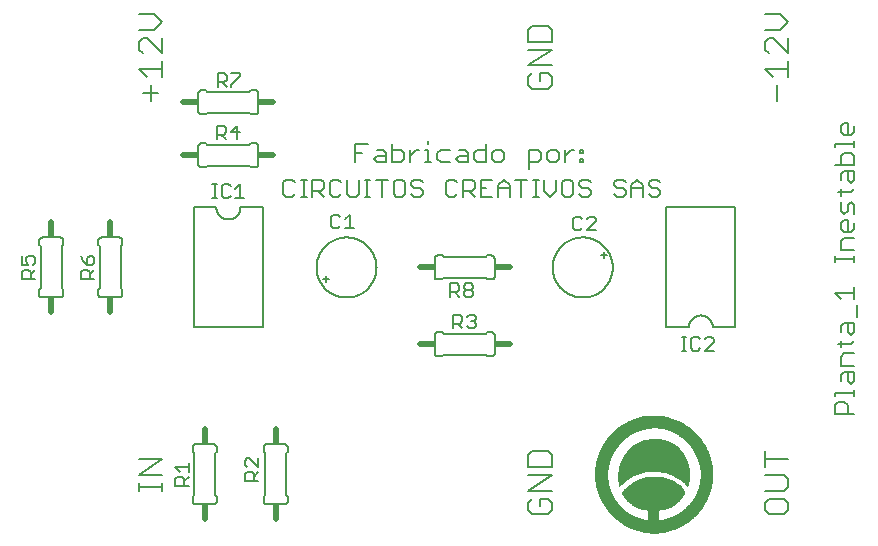
<source format=gbr>
G75*
%MOIN*%
%OFA0B0*%
%FSLAX25Y25*%
%IPPOS*%
%LPD*%
%AMOC8*
5,1,8,0,0,1.08239X$1,22.5*
%
%ADD10C,0.00700*%
%ADD11C,0.00500*%
%ADD12C,0.00600*%
%ADD13C,0.02000*%
%ADD14R,0.02000X0.01500*%
%ADD15R,0.01500X0.02000*%
%ADD16C,0.00197*%
D10*
X0079142Y0030109D02*
X0079142Y0032745D01*
X0079142Y0031427D02*
X0087048Y0031427D01*
X0087048Y0030109D02*
X0087048Y0032745D01*
X0087048Y0035388D02*
X0079142Y0035388D01*
X0087048Y0040659D01*
X0079142Y0040659D01*
X0209063Y0042026D02*
X0209063Y0038073D01*
X0216970Y0038073D01*
X0216970Y0042026D01*
X0215652Y0043344D01*
X0210381Y0043344D01*
X0209063Y0042026D01*
X0209063Y0035425D02*
X0216970Y0035425D01*
X0209063Y0030154D01*
X0216970Y0030154D01*
X0215652Y0027506D02*
X0213016Y0027506D01*
X0213016Y0024871D01*
X0210381Y0027506D02*
X0209063Y0026188D01*
X0209063Y0023553D01*
X0210381Y0022235D01*
X0215652Y0022235D01*
X0216970Y0023553D01*
X0216970Y0026188D01*
X0215652Y0027506D01*
X0287803Y0026188D02*
X0287803Y0023553D01*
X0289121Y0022235D01*
X0294392Y0022235D01*
X0295710Y0023553D01*
X0295710Y0026188D01*
X0294392Y0027506D01*
X0289121Y0027506D01*
X0287803Y0026188D01*
X0287803Y0030154D02*
X0294392Y0030154D01*
X0295710Y0031472D01*
X0295710Y0034107D01*
X0294392Y0035425D01*
X0287803Y0035425D01*
X0287803Y0038073D02*
X0287803Y0043344D01*
X0287803Y0040708D02*
X0295710Y0040708D01*
X0291756Y0160030D02*
X0291756Y0165301D01*
X0290439Y0167949D02*
X0287803Y0170585D01*
X0295710Y0170585D01*
X0295710Y0173220D02*
X0295710Y0167949D01*
X0295710Y0175868D02*
X0290439Y0181139D01*
X0289121Y0181139D01*
X0287803Y0179821D01*
X0287803Y0177186D01*
X0289121Y0175868D01*
X0295710Y0175868D02*
X0295710Y0181139D01*
X0293074Y0183787D02*
X0295710Y0186422D01*
X0293074Y0189058D01*
X0287803Y0189058D01*
X0287803Y0183787D02*
X0293074Y0183787D01*
X0216970Y0183758D02*
X0216970Y0179805D01*
X0209063Y0179805D01*
X0209063Y0183758D01*
X0210381Y0185076D01*
X0215652Y0185076D01*
X0216970Y0183758D01*
X0216970Y0177157D02*
X0209063Y0177157D01*
X0209063Y0171886D02*
X0216970Y0177157D01*
X0216970Y0171886D02*
X0209063Y0171886D01*
X0210381Y0169238D02*
X0209063Y0167921D01*
X0209063Y0165285D01*
X0210381Y0163967D01*
X0215652Y0163967D01*
X0216970Y0165285D01*
X0216970Y0167921D01*
X0215652Y0169238D01*
X0213016Y0169238D01*
X0213016Y0166603D01*
X0087048Y0167949D02*
X0087048Y0173220D01*
X0087048Y0170585D02*
X0079142Y0170585D01*
X0081777Y0167949D01*
X0083095Y0165301D02*
X0083095Y0160030D01*
X0080459Y0162666D02*
X0085730Y0162666D01*
X0087048Y0175868D02*
X0081777Y0181139D01*
X0080459Y0181139D01*
X0079142Y0179821D01*
X0079142Y0177186D01*
X0080459Y0175868D01*
X0087048Y0175868D02*
X0087048Y0181139D01*
X0084413Y0183787D02*
X0087048Y0186422D01*
X0084413Y0189058D01*
X0079142Y0189058D01*
X0079142Y0183787D02*
X0084413Y0183787D01*
D11*
X0105444Y0169219D02*
X0107695Y0169219D01*
X0108446Y0168469D01*
X0108446Y0166967D01*
X0107695Y0166217D01*
X0105444Y0166217D01*
X0106945Y0166217D02*
X0108446Y0164715D01*
X0110047Y0164715D02*
X0110047Y0165466D01*
X0113050Y0168469D01*
X0113050Y0169219D01*
X0110047Y0169219D01*
X0105444Y0169219D02*
X0105444Y0164715D01*
X0105207Y0151818D02*
X0107459Y0151818D01*
X0108210Y0151067D01*
X0108210Y0149566D01*
X0107459Y0148815D01*
X0105207Y0148815D01*
X0105207Y0147314D02*
X0105207Y0151818D01*
X0106709Y0148815D02*
X0108210Y0147314D01*
X0109811Y0149566D02*
X0112814Y0149566D01*
X0112063Y0147314D02*
X0112063Y0151818D01*
X0109811Y0149566D01*
X0109029Y0132285D02*
X0107527Y0132285D01*
X0106777Y0131534D01*
X0106777Y0128531D01*
X0107527Y0127781D01*
X0109029Y0127781D01*
X0109779Y0128531D01*
X0111381Y0127781D02*
X0114383Y0127781D01*
X0112882Y0127781D02*
X0112882Y0132285D01*
X0111381Y0130783D01*
X0109779Y0131534D02*
X0109029Y0132285D01*
X0105209Y0132285D02*
X0103707Y0132285D01*
X0104458Y0132285D02*
X0104458Y0127781D01*
X0103707Y0127781D02*
X0105209Y0127781D01*
X0127366Y0129008D02*
X0128333Y0128041D01*
X0130268Y0128041D01*
X0131235Y0129008D01*
X0133166Y0128041D02*
X0135101Y0128041D01*
X0134134Y0128041D02*
X0134134Y0133845D01*
X0135101Y0133845D02*
X0133166Y0133845D01*
X0131235Y0132877D02*
X0130268Y0133845D01*
X0128333Y0133845D01*
X0127366Y0132877D01*
X0127366Y0129008D01*
X0137033Y0129975D02*
X0139935Y0129975D01*
X0140902Y0130943D01*
X0140902Y0132877D01*
X0139935Y0133845D01*
X0137033Y0133845D01*
X0137033Y0128041D01*
X0138968Y0129975D02*
X0140902Y0128041D01*
X0142833Y0129008D02*
X0143801Y0128041D01*
X0145735Y0128041D01*
X0146703Y0129008D01*
X0148633Y0129008D02*
X0149601Y0128041D01*
X0151536Y0128041D01*
X0152503Y0129008D01*
X0152503Y0133845D01*
X0154434Y0133845D02*
X0156368Y0133845D01*
X0155401Y0133845D02*
X0155401Y0128041D01*
X0154434Y0128041D02*
X0156368Y0128041D01*
X0160235Y0128041D02*
X0160235Y0133845D01*
X0158301Y0133845D02*
X0162170Y0133845D01*
X0164101Y0132877D02*
X0164101Y0129008D01*
X0165068Y0128041D01*
X0167003Y0128041D01*
X0167970Y0129008D01*
X0167970Y0132877D01*
X0167003Y0133845D01*
X0165068Y0133845D01*
X0164101Y0132877D01*
X0169901Y0132877D02*
X0169901Y0131910D01*
X0170868Y0130943D01*
X0172803Y0130943D01*
X0173770Y0129975D01*
X0173770Y0129008D01*
X0172803Y0128041D01*
X0170868Y0128041D01*
X0169901Y0129008D01*
X0169901Y0132877D02*
X0170868Y0133845D01*
X0172803Y0133845D01*
X0173770Y0132877D01*
X0181501Y0132877D02*
X0181501Y0129008D01*
X0182469Y0128041D01*
X0184403Y0128041D01*
X0185371Y0129008D01*
X0187302Y0129975D02*
X0190204Y0129975D01*
X0191171Y0130943D01*
X0191171Y0132877D01*
X0190204Y0133845D01*
X0187302Y0133845D01*
X0187302Y0128041D01*
X0189236Y0129975D02*
X0191171Y0128041D01*
X0193102Y0128041D02*
X0196971Y0128041D01*
X0198902Y0128041D02*
X0198902Y0131910D01*
X0200837Y0133845D01*
X0202772Y0131910D01*
X0202772Y0128041D01*
X0202772Y0130943D02*
X0198902Y0130943D01*
X0196971Y0133845D02*
X0193102Y0133845D01*
X0193102Y0128041D01*
X0193102Y0130943D02*
X0195037Y0130943D01*
X0185371Y0132877D02*
X0184403Y0133845D01*
X0182469Y0133845D01*
X0181501Y0132877D01*
X0182807Y0139551D02*
X0179755Y0139551D01*
X0178737Y0140568D01*
X0178737Y0142603D01*
X0179755Y0143621D01*
X0182807Y0143621D01*
X0185832Y0143621D02*
X0187867Y0143621D01*
X0188885Y0142603D01*
X0188885Y0139551D01*
X0185832Y0139551D01*
X0184814Y0140568D01*
X0185832Y0141586D01*
X0188885Y0141586D01*
X0190892Y0142603D02*
X0190892Y0140568D01*
X0191909Y0139551D01*
X0194962Y0139551D01*
X0194962Y0145656D01*
X0194962Y0143621D02*
X0191909Y0143621D01*
X0190892Y0142603D01*
X0196969Y0142603D02*
X0196969Y0140568D01*
X0197986Y0139551D01*
X0200021Y0139551D01*
X0201039Y0140568D01*
X0201039Y0142603D01*
X0200021Y0143621D01*
X0197986Y0143621D01*
X0196969Y0142603D01*
X0209123Y0143621D02*
X0209123Y0137516D01*
X0209123Y0139551D02*
X0212176Y0139551D01*
X0213193Y0140568D01*
X0213193Y0142603D01*
X0212176Y0143621D01*
X0209123Y0143621D01*
X0215200Y0142603D02*
X0215200Y0140568D01*
X0216218Y0139551D01*
X0218253Y0139551D01*
X0219271Y0140568D01*
X0219271Y0142603D01*
X0218253Y0143621D01*
X0216218Y0143621D01*
X0215200Y0142603D01*
X0221278Y0141586D02*
X0223313Y0143621D01*
X0224330Y0143621D01*
X0226342Y0143621D02*
X0226342Y0142603D01*
X0227359Y0142603D01*
X0227359Y0143621D01*
X0226342Y0143621D01*
X0226342Y0140568D02*
X0226342Y0139551D01*
X0227359Y0139551D01*
X0227359Y0140568D01*
X0226342Y0140568D01*
X0221278Y0139551D02*
X0221278Y0143621D01*
X0221137Y0133845D02*
X0220170Y0132877D01*
X0220170Y0129008D01*
X0221137Y0128041D01*
X0223072Y0128041D01*
X0224039Y0129008D01*
X0224039Y0132877D01*
X0223072Y0133845D01*
X0221137Y0133845D01*
X0218239Y0133845D02*
X0218239Y0129975D01*
X0216304Y0128041D01*
X0214369Y0129975D01*
X0214369Y0133845D01*
X0212437Y0133845D02*
X0210503Y0133845D01*
X0211470Y0133845D02*
X0211470Y0128041D01*
X0210503Y0128041D02*
X0212437Y0128041D01*
X0206637Y0128041D02*
X0206637Y0133845D01*
X0204702Y0133845D02*
X0208572Y0133845D01*
X0225970Y0132877D02*
X0225970Y0131910D01*
X0226937Y0130943D01*
X0228872Y0130943D01*
X0229839Y0129975D01*
X0229839Y0129008D01*
X0228872Y0128041D01*
X0226937Y0128041D01*
X0225970Y0129008D01*
X0225970Y0132877D02*
X0226937Y0133845D01*
X0228872Y0133845D01*
X0229839Y0132877D01*
X0237570Y0132877D02*
X0237570Y0131910D01*
X0238538Y0130943D01*
X0240472Y0130943D01*
X0241440Y0129975D01*
X0241440Y0129008D01*
X0240472Y0128041D01*
X0238538Y0128041D01*
X0237570Y0129008D01*
X0237570Y0132877D02*
X0238538Y0133845D01*
X0240472Y0133845D01*
X0241440Y0132877D01*
X0243370Y0131910D02*
X0245305Y0133845D01*
X0247240Y0131910D01*
X0247240Y0128041D01*
X0249171Y0129008D02*
X0250138Y0128041D01*
X0252073Y0128041D01*
X0253040Y0129008D01*
X0253040Y0129975D01*
X0252073Y0130943D01*
X0250138Y0130943D01*
X0249171Y0131910D01*
X0249171Y0132877D01*
X0250138Y0133845D01*
X0252073Y0133845D01*
X0253040Y0132877D01*
X0247240Y0130943D02*
X0243370Y0130943D01*
X0243370Y0131910D02*
X0243370Y0128041D01*
X0231593Y0120715D02*
X0231593Y0119964D01*
X0228591Y0116962D01*
X0231593Y0116962D01*
X0226989Y0117712D02*
X0226239Y0116962D01*
X0224738Y0116962D01*
X0223987Y0117712D01*
X0223987Y0120715D01*
X0224738Y0121466D01*
X0226239Y0121466D01*
X0226989Y0120715D01*
X0228591Y0120715D02*
X0229341Y0121466D01*
X0230843Y0121466D01*
X0231593Y0120715D01*
X0190535Y0098465D02*
X0190535Y0097715D01*
X0189784Y0096964D01*
X0188283Y0096964D01*
X0187533Y0097715D01*
X0187533Y0098465D01*
X0188283Y0099216D01*
X0189784Y0099216D01*
X0190535Y0098465D01*
X0189784Y0096964D02*
X0190535Y0096213D01*
X0190535Y0095463D01*
X0189784Y0094712D01*
X0188283Y0094712D01*
X0187533Y0095463D01*
X0187533Y0096213D01*
X0188283Y0096964D01*
X0185931Y0096964D02*
X0185931Y0098465D01*
X0185181Y0099216D01*
X0182929Y0099216D01*
X0182929Y0094712D01*
X0182929Y0096213D02*
X0185181Y0096213D01*
X0185931Y0096964D01*
X0184430Y0096213D02*
X0185931Y0094712D01*
X0186199Y0088825D02*
X0186950Y0088075D01*
X0186950Y0086574D01*
X0186199Y0085823D01*
X0183948Y0085823D01*
X0185449Y0085823D02*
X0186950Y0084322D01*
X0188551Y0085072D02*
X0189302Y0084322D01*
X0190803Y0084322D01*
X0191554Y0085072D01*
X0191554Y0085823D01*
X0190803Y0086574D01*
X0190053Y0086574D01*
X0190803Y0086574D02*
X0191554Y0087324D01*
X0191554Y0088075D01*
X0190803Y0088825D01*
X0189302Y0088825D01*
X0188551Y0088075D01*
X0186199Y0088825D02*
X0183948Y0088825D01*
X0183948Y0084322D01*
X0150929Y0117623D02*
X0147926Y0117623D01*
X0149428Y0117623D02*
X0149428Y0122127D01*
X0147926Y0120626D01*
X0146325Y0121376D02*
X0145574Y0122127D01*
X0144073Y0122127D01*
X0143322Y0121376D01*
X0143322Y0118374D01*
X0144073Y0117623D01*
X0145574Y0117623D01*
X0146325Y0118374D01*
X0148633Y0129008D02*
X0148633Y0133845D01*
X0146703Y0132877D02*
X0145735Y0133845D01*
X0143801Y0133845D01*
X0142833Y0132877D01*
X0142833Y0129008D01*
X0151390Y0139551D02*
X0151390Y0145656D01*
X0155460Y0145656D01*
X0158485Y0143621D02*
X0160520Y0143621D01*
X0161537Y0142603D01*
X0161537Y0139551D01*
X0158485Y0139551D01*
X0157467Y0140568D01*
X0158485Y0141586D01*
X0161537Y0141586D01*
X0163544Y0143621D02*
X0166597Y0143621D01*
X0167614Y0142603D01*
X0167614Y0140568D01*
X0166597Y0139551D01*
X0163544Y0139551D01*
X0163544Y0145656D01*
X0169621Y0143621D02*
X0169621Y0139551D01*
X0169621Y0141586D02*
X0171657Y0143621D01*
X0172674Y0143621D01*
X0174686Y0143621D02*
X0175703Y0143621D01*
X0175703Y0139551D01*
X0174686Y0139551D02*
X0176721Y0139551D01*
X0175703Y0145656D02*
X0175703Y0146674D01*
X0153425Y0142603D02*
X0151390Y0142603D01*
X0064332Y0107574D02*
X0064332Y0106072D01*
X0063581Y0105322D01*
X0062080Y0105322D01*
X0062080Y0107574D01*
X0062830Y0108324D01*
X0063581Y0108324D01*
X0064332Y0107574D01*
X0062080Y0105322D02*
X0060579Y0106823D01*
X0059828Y0108324D01*
X0060579Y0103720D02*
X0062080Y0103720D01*
X0062830Y0102970D01*
X0062830Y0100718D01*
X0062830Y0102219D02*
X0064332Y0103720D01*
X0064332Y0100718D02*
X0059828Y0100718D01*
X0059828Y0102970D01*
X0060579Y0103720D01*
X0044647Y0103720D02*
X0043145Y0102219D01*
X0043145Y0102970D02*
X0043145Y0100718D01*
X0044647Y0100718D02*
X0040143Y0100718D01*
X0040143Y0102970D01*
X0040894Y0103720D01*
X0042395Y0103720D01*
X0043145Y0102970D01*
X0042395Y0105322D02*
X0041644Y0106823D01*
X0041644Y0107574D01*
X0042395Y0108324D01*
X0043896Y0108324D01*
X0044647Y0107574D01*
X0044647Y0106072D01*
X0043896Y0105322D01*
X0042395Y0105322D02*
X0040143Y0105322D01*
X0040143Y0108324D01*
X0095828Y0039427D02*
X0095828Y0036424D01*
X0095828Y0037925D02*
X0091324Y0037925D01*
X0092825Y0036424D01*
X0092075Y0034823D02*
X0093576Y0034823D01*
X0094327Y0034072D01*
X0094327Y0031820D01*
X0095828Y0031820D02*
X0091324Y0031820D01*
X0091324Y0034072D01*
X0092075Y0034823D01*
X0094327Y0033321D02*
X0095828Y0034823D01*
X0114552Y0035568D02*
X0114552Y0033316D01*
X0119056Y0033316D01*
X0117555Y0033316D02*
X0117555Y0035568D01*
X0116804Y0036319D01*
X0115303Y0036319D01*
X0114552Y0035568D01*
X0115303Y0037920D02*
X0114552Y0038671D01*
X0114552Y0040172D01*
X0115303Y0040923D01*
X0116054Y0040923D01*
X0119056Y0037920D01*
X0119056Y0040923D01*
X0119056Y0036319D02*
X0117555Y0034817D01*
X0260099Y0076844D02*
X0261601Y0076844D01*
X0260850Y0076844D02*
X0260850Y0081348D01*
X0260099Y0081348D02*
X0261601Y0081348D01*
X0263169Y0080597D02*
X0263169Y0077594D01*
X0263919Y0076844D01*
X0265421Y0076844D01*
X0266171Y0077594D01*
X0267773Y0076844D02*
X0270775Y0079846D01*
X0270775Y0080597D01*
X0270025Y0081348D01*
X0268523Y0081348D01*
X0267773Y0080597D01*
X0266171Y0080597D02*
X0265421Y0081348D01*
X0263919Y0081348D01*
X0263169Y0080597D01*
X0267773Y0076844D02*
X0270775Y0076844D01*
X0312376Y0078900D02*
X0316446Y0078900D01*
X0317463Y0079918D01*
X0316446Y0081934D02*
X0315428Y0082952D01*
X0315428Y0086004D01*
X0314411Y0086004D02*
X0317463Y0086004D01*
X0317463Y0082952D01*
X0316446Y0081934D01*
X0313393Y0082952D02*
X0313393Y0084987D01*
X0314411Y0086004D01*
X0318481Y0088011D02*
X0318481Y0092081D01*
X0317463Y0094088D02*
X0317463Y0098159D01*
X0317463Y0096124D02*
X0311358Y0096124D01*
X0313393Y0094088D01*
X0311358Y0106243D02*
X0311358Y0108278D01*
X0311358Y0107260D02*
X0317463Y0107260D01*
X0317463Y0106243D02*
X0317463Y0108278D01*
X0317463Y0110294D02*
X0313393Y0110294D01*
X0313393Y0113347D01*
X0314411Y0114364D01*
X0317463Y0114364D01*
X0316446Y0116371D02*
X0314411Y0116371D01*
X0313393Y0117389D01*
X0313393Y0119424D01*
X0314411Y0120442D01*
X0315428Y0120442D01*
X0315428Y0116371D01*
X0316446Y0116371D02*
X0317463Y0117389D01*
X0317463Y0119424D01*
X0317463Y0122449D02*
X0317463Y0125501D01*
X0316446Y0126519D01*
X0315428Y0125501D01*
X0315428Y0123466D01*
X0314411Y0122449D01*
X0313393Y0123466D01*
X0313393Y0126519D01*
X0313393Y0128526D02*
X0313393Y0130561D01*
X0312376Y0129543D02*
X0316446Y0129543D01*
X0317463Y0130561D01*
X0316446Y0132577D02*
X0315428Y0133595D01*
X0315428Y0136647D01*
X0314411Y0136647D02*
X0317463Y0136647D01*
X0317463Y0133595D01*
X0316446Y0132577D01*
X0313393Y0133595D02*
X0313393Y0135630D01*
X0314411Y0136647D01*
X0313393Y0138655D02*
X0313393Y0141707D01*
X0314411Y0142725D01*
X0316446Y0142725D01*
X0317463Y0141707D01*
X0317463Y0138655D01*
X0311358Y0138655D01*
X0311358Y0144732D02*
X0311358Y0145749D01*
X0317463Y0145749D01*
X0317463Y0144732D02*
X0317463Y0146767D01*
X0316446Y0148783D02*
X0314411Y0148783D01*
X0313393Y0149801D01*
X0313393Y0151836D01*
X0314411Y0152853D01*
X0315428Y0152853D01*
X0315428Y0148783D01*
X0316446Y0148783D02*
X0317463Y0149801D01*
X0317463Y0151836D01*
X0313393Y0079918D02*
X0313393Y0077883D01*
X0314411Y0075876D02*
X0317463Y0075876D01*
X0314411Y0075876D02*
X0313393Y0074858D01*
X0313393Y0071805D01*
X0317463Y0071805D01*
X0317463Y0069798D02*
X0314411Y0069798D01*
X0313393Y0068781D01*
X0313393Y0066746D01*
X0315428Y0066746D02*
X0315428Y0069798D01*
X0317463Y0069798D02*
X0317463Y0066746D01*
X0316446Y0065728D01*
X0315428Y0066746D01*
X0317463Y0063712D02*
X0317463Y0061677D01*
X0317463Y0062694D02*
X0311358Y0062694D01*
X0311358Y0061677D01*
X0312376Y0059670D02*
X0314411Y0059670D01*
X0315428Y0058652D01*
X0315428Y0055600D01*
X0317463Y0055600D02*
X0311358Y0055600D01*
X0311358Y0058652D01*
X0312376Y0059670D01*
D12*
X0278032Y0084562D02*
X0270532Y0084562D01*
X0270530Y0084688D01*
X0270524Y0084813D01*
X0270514Y0084938D01*
X0270500Y0085063D01*
X0270483Y0085188D01*
X0270461Y0085312D01*
X0270436Y0085435D01*
X0270406Y0085557D01*
X0270373Y0085678D01*
X0270336Y0085798D01*
X0270296Y0085917D01*
X0270251Y0086034D01*
X0270203Y0086151D01*
X0270151Y0086265D01*
X0270096Y0086378D01*
X0270037Y0086489D01*
X0269975Y0086598D01*
X0269909Y0086705D01*
X0269840Y0086810D01*
X0269768Y0086913D01*
X0269693Y0087014D01*
X0269614Y0087112D01*
X0269532Y0087207D01*
X0269448Y0087300D01*
X0269360Y0087390D01*
X0269270Y0087478D01*
X0269177Y0087562D01*
X0269082Y0087644D01*
X0268984Y0087723D01*
X0268883Y0087798D01*
X0268780Y0087870D01*
X0268675Y0087939D01*
X0268568Y0088005D01*
X0268459Y0088067D01*
X0268348Y0088126D01*
X0268235Y0088181D01*
X0268121Y0088233D01*
X0268004Y0088281D01*
X0267887Y0088326D01*
X0267768Y0088366D01*
X0267648Y0088403D01*
X0267527Y0088436D01*
X0267405Y0088466D01*
X0267282Y0088491D01*
X0267158Y0088513D01*
X0267033Y0088530D01*
X0266908Y0088544D01*
X0266783Y0088554D01*
X0266658Y0088560D01*
X0266532Y0088562D01*
X0266406Y0088560D01*
X0266281Y0088554D01*
X0266156Y0088544D01*
X0266031Y0088530D01*
X0265906Y0088513D01*
X0265782Y0088491D01*
X0265659Y0088466D01*
X0265537Y0088436D01*
X0265416Y0088403D01*
X0265296Y0088366D01*
X0265177Y0088326D01*
X0265060Y0088281D01*
X0264943Y0088233D01*
X0264829Y0088181D01*
X0264716Y0088126D01*
X0264605Y0088067D01*
X0264496Y0088005D01*
X0264389Y0087939D01*
X0264284Y0087870D01*
X0264181Y0087798D01*
X0264080Y0087723D01*
X0263982Y0087644D01*
X0263887Y0087562D01*
X0263794Y0087478D01*
X0263704Y0087390D01*
X0263616Y0087300D01*
X0263532Y0087207D01*
X0263450Y0087112D01*
X0263371Y0087014D01*
X0263296Y0086913D01*
X0263224Y0086810D01*
X0263155Y0086705D01*
X0263089Y0086598D01*
X0263027Y0086489D01*
X0262968Y0086378D01*
X0262913Y0086265D01*
X0262861Y0086151D01*
X0262813Y0086034D01*
X0262768Y0085917D01*
X0262728Y0085798D01*
X0262691Y0085678D01*
X0262658Y0085557D01*
X0262628Y0085435D01*
X0262603Y0085312D01*
X0262581Y0085188D01*
X0262564Y0085063D01*
X0262550Y0084938D01*
X0262540Y0084813D01*
X0262534Y0084688D01*
X0262532Y0084562D01*
X0255032Y0084562D01*
X0255032Y0124562D01*
X0278032Y0124562D01*
X0278032Y0084562D01*
X0235162Y0108562D02*
X0233162Y0108562D01*
X0234162Y0109562D02*
X0234162Y0107562D01*
X0217162Y0104562D02*
X0217165Y0104807D01*
X0217174Y0105053D01*
X0217189Y0105298D01*
X0217210Y0105542D01*
X0217237Y0105786D01*
X0217270Y0106029D01*
X0217309Y0106272D01*
X0217354Y0106513D01*
X0217405Y0106753D01*
X0217462Y0106992D01*
X0217524Y0107229D01*
X0217593Y0107465D01*
X0217667Y0107699D01*
X0217747Y0107931D01*
X0217832Y0108161D01*
X0217923Y0108389D01*
X0218020Y0108614D01*
X0218122Y0108838D01*
X0218230Y0109058D01*
X0218343Y0109276D01*
X0218461Y0109491D01*
X0218585Y0109703D01*
X0218713Y0109912D01*
X0218847Y0110118D01*
X0218986Y0110320D01*
X0219130Y0110519D01*
X0219279Y0110714D01*
X0219432Y0110906D01*
X0219590Y0111094D01*
X0219752Y0111278D01*
X0219920Y0111457D01*
X0220091Y0111633D01*
X0220267Y0111804D01*
X0220446Y0111972D01*
X0220630Y0112134D01*
X0220818Y0112292D01*
X0221010Y0112445D01*
X0221205Y0112594D01*
X0221404Y0112738D01*
X0221606Y0112877D01*
X0221812Y0113011D01*
X0222021Y0113139D01*
X0222233Y0113263D01*
X0222448Y0113381D01*
X0222666Y0113494D01*
X0222886Y0113602D01*
X0223110Y0113704D01*
X0223335Y0113801D01*
X0223563Y0113892D01*
X0223793Y0113977D01*
X0224025Y0114057D01*
X0224259Y0114131D01*
X0224495Y0114200D01*
X0224732Y0114262D01*
X0224971Y0114319D01*
X0225211Y0114370D01*
X0225452Y0114415D01*
X0225695Y0114454D01*
X0225938Y0114487D01*
X0226182Y0114514D01*
X0226426Y0114535D01*
X0226671Y0114550D01*
X0226917Y0114559D01*
X0227162Y0114562D01*
X0227407Y0114559D01*
X0227653Y0114550D01*
X0227898Y0114535D01*
X0228142Y0114514D01*
X0228386Y0114487D01*
X0228629Y0114454D01*
X0228872Y0114415D01*
X0229113Y0114370D01*
X0229353Y0114319D01*
X0229592Y0114262D01*
X0229829Y0114200D01*
X0230065Y0114131D01*
X0230299Y0114057D01*
X0230531Y0113977D01*
X0230761Y0113892D01*
X0230989Y0113801D01*
X0231214Y0113704D01*
X0231438Y0113602D01*
X0231658Y0113494D01*
X0231876Y0113381D01*
X0232091Y0113263D01*
X0232303Y0113139D01*
X0232512Y0113011D01*
X0232718Y0112877D01*
X0232920Y0112738D01*
X0233119Y0112594D01*
X0233314Y0112445D01*
X0233506Y0112292D01*
X0233694Y0112134D01*
X0233878Y0111972D01*
X0234057Y0111804D01*
X0234233Y0111633D01*
X0234404Y0111457D01*
X0234572Y0111278D01*
X0234734Y0111094D01*
X0234892Y0110906D01*
X0235045Y0110714D01*
X0235194Y0110519D01*
X0235338Y0110320D01*
X0235477Y0110118D01*
X0235611Y0109912D01*
X0235739Y0109703D01*
X0235863Y0109491D01*
X0235981Y0109276D01*
X0236094Y0109058D01*
X0236202Y0108838D01*
X0236304Y0108614D01*
X0236401Y0108389D01*
X0236492Y0108161D01*
X0236577Y0107931D01*
X0236657Y0107699D01*
X0236731Y0107465D01*
X0236800Y0107229D01*
X0236862Y0106992D01*
X0236919Y0106753D01*
X0236970Y0106513D01*
X0237015Y0106272D01*
X0237054Y0106029D01*
X0237087Y0105786D01*
X0237114Y0105542D01*
X0237135Y0105298D01*
X0237150Y0105053D01*
X0237159Y0104807D01*
X0237162Y0104562D01*
X0237159Y0104317D01*
X0237150Y0104071D01*
X0237135Y0103826D01*
X0237114Y0103582D01*
X0237087Y0103338D01*
X0237054Y0103095D01*
X0237015Y0102852D01*
X0236970Y0102611D01*
X0236919Y0102371D01*
X0236862Y0102132D01*
X0236800Y0101895D01*
X0236731Y0101659D01*
X0236657Y0101425D01*
X0236577Y0101193D01*
X0236492Y0100963D01*
X0236401Y0100735D01*
X0236304Y0100510D01*
X0236202Y0100286D01*
X0236094Y0100066D01*
X0235981Y0099848D01*
X0235863Y0099633D01*
X0235739Y0099421D01*
X0235611Y0099212D01*
X0235477Y0099006D01*
X0235338Y0098804D01*
X0235194Y0098605D01*
X0235045Y0098410D01*
X0234892Y0098218D01*
X0234734Y0098030D01*
X0234572Y0097846D01*
X0234404Y0097667D01*
X0234233Y0097491D01*
X0234057Y0097320D01*
X0233878Y0097152D01*
X0233694Y0096990D01*
X0233506Y0096832D01*
X0233314Y0096679D01*
X0233119Y0096530D01*
X0232920Y0096386D01*
X0232718Y0096247D01*
X0232512Y0096113D01*
X0232303Y0095985D01*
X0232091Y0095861D01*
X0231876Y0095743D01*
X0231658Y0095630D01*
X0231438Y0095522D01*
X0231214Y0095420D01*
X0230989Y0095323D01*
X0230761Y0095232D01*
X0230531Y0095147D01*
X0230299Y0095067D01*
X0230065Y0094993D01*
X0229829Y0094924D01*
X0229592Y0094862D01*
X0229353Y0094805D01*
X0229113Y0094754D01*
X0228872Y0094709D01*
X0228629Y0094670D01*
X0228386Y0094637D01*
X0228142Y0094610D01*
X0227898Y0094589D01*
X0227653Y0094574D01*
X0227407Y0094565D01*
X0227162Y0094562D01*
X0226917Y0094565D01*
X0226671Y0094574D01*
X0226426Y0094589D01*
X0226182Y0094610D01*
X0225938Y0094637D01*
X0225695Y0094670D01*
X0225452Y0094709D01*
X0225211Y0094754D01*
X0224971Y0094805D01*
X0224732Y0094862D01*
X0224495Y0094924D01*
X0224259Y0094993D01*
X0224025Y0095067D01*
X0223793Y0095147D01*
X0223563Y0095232D01*
X0223335Y0095323D01*
X0223110Y0095420D01*
X0222886Y0095522D01*
X0222666Y0095630D01*
X0222448Y0095743D01*
X0222233Y0095861D01*
X0222021Y0095985D01*
X0221812Y0096113D01*
X0221606Y0096247D01*
X0221404Y0096386D01*
X0221205Y0096530D01*
X0221010Y0096679D01*
X0220818Y0096832D01*
X0220630Y0096990D01*
X0220446Y0097152D01*
X0220267Y0097320D01*
X0220091Y0097491D01*
X0219920Y0097667D01*
X0219752Y0097846D01*
X0219590Y0098030D01*
X0219432Y0098218D01*
X0219279Y0098410D01*
X0219130Y0098605D01*
X0218986Y0098804D01*
X0218847Y0099006D01*
X0218713Y0099212D01*
X0218585Y0099421D01*
X0218461Y0099633D01*
X0218343Y0099848D01*
X0218230Y0100066D01*
X0218122Y0100286D01*
X0218020Y0100510D01*
X0217923Y0100735D01*
X0217832Y0100963D01*
X0217747Y0101193D01*
X0217667Y0101425D01*
X0217593Y0101659D01*
X0217524Y0101895D01*
X0217462Y0102132D01*
X0217405Y0102371D01*
X0217354Y0102611D01*
X0217309Y0102852D01*
X0217270Y0103095D01*
X0217237Y0103338D01*
X0217210Y0103582D01*
X0217189Y0103826D01*
X0217174Y0104071D01*
X0217165Y0104317D01*
X0217162Y0104562D01*
X0197792Y0107562D02*
X0197792Y0101562D01*
X0197790Y0101502D01*
X0197785Y0101441D01*
X0197776Y0101382D01*
X0197763Y0101323D01*
X0197747Y0101264D01*
X0197727Y0101207D01*
X0197704Y0101152D01*
X0197677Y0101097D01*
X0197648Y0101045D01*
X0197615Y0100994D01*
X0197579Y0100945D01*
X0197541Y0100899D01*
X0197499Y0100855D01*
X0197455Y0100813D01*
X0197409Y0100775D01*
X0197360Y0100739D01*
X0197309Y0100706D01*
X0197257Y0100677D01*
X0197202Y0100650D01*
X0197147Y0100627D01*
X0197090Y0100607D01*
X0197031Y0100591D01*
X0196972Y0100578D01*
X0196913Y0100569D01*
X0196852Y0100564D01*
X0196792Y0100562D01*
X0195292Y0100562D01*
X0194792Y0101062D01*
X0180792Y0101062D01*
X0180292Y0100562D01*
X0178792Y0100562D01*
X0178732Y0100564D01*
X0178671Y0100569D01*
X0178612Y0100578D01*
X0178553Y0100591D01*
X0178494Y0100607D01*
X0178437Y0100627D01*
X0178382Y0100650D01*
X0178327Y0100677D01*
X0178275Y0100706D01*
X0178224Y0100739D01*
X0178175Y0100775D01*
X0178129Y0100813D01*
X0178085Y0100855D01*
X0178043Y0100899D01*
X0178005Y0100945D01*
X0177969Y0100994D01*
X0177936Y0101045D01*
X0177907Y0101097D01*
X0177880Y0101152D01*
X0177857Y0101207D01*
X0177837Y0101264D01*
X0177821Y0101323D01*
X0177808Y0101382D01*
X0177799Y0101441D01*
X0177794Y0101502D01*
X0177792Y0101562D01*
X0177792Y0107562D01*
X0177794Y0107622D01*
X0177799Y0107683D01*
X0177808Y0107742D01*
X0177821Y0107801D01*
X0177837Y0107860D01*
X0177857Y0107917D01*
X0177880Y0107972D01*
X0177907Y0108027D01*
X0177936Y0108079D01*
X0177969Y0108130D01*
X0178005Y0108179D01*
X0178043Y0108225D01*
X0178085Y0108269D01*
X0178129Y0108311D01*
X0178175Y0108349D01*
X0178224Y0108385D01*
X0178275Y0108418D01*
X0178327Y0108447D01*
X0178382Y0108474D01*
X0178437Y0108497D01*
X0178494Y0108517D01*
X0178553Y0108533D01*
X0178612Y0108546D01*
X0178671Y0108555D01*
X0178732Y0108560D01*
X0178792Y0108562D01*
X0180292Y0108562D01*
X0180792Y0108062D01*
X0194792Y0108062D01*
X0195292Y0108562D01*
X0196792Y0108562D01*
X0196852Y0108560D01*
X0196913Y0108555D01*
X0196972Y0108546D01*
X0197031Y0108533D01*
X0197090Y0108517D01*
X0197147Y0108497D01*
X0197202Y0108474D01*
X0197257Y0108447D01*
X0197309Y0108418D01*
X0197360Y0108385D01*
X0197409Y0108349D01*
X0197455Y0108311D01*
X0197499Y0108269D01*
X0197541Y0108225D01*
X0197579Y0108179D01*
X0197615Y0108130D01*
X0197648Y0108079D01*
X0197677Y0108027D01*
X0197704Y0107972D01*
X0197727Y0107917D01*
X0197747Y0107860D01*
X0197763Y0107801D01*
X0197776Y0107742D01*
X0197785Y0107683D01*
X0197790Y0107622D01*
X0197792Y0107562D01*
X0196792Y0082972D02*
X0195292Y0082972D01*
X0194792Y0082472D01*
X0180792Y0082472D01*
X0180292Y0082972D01*
X0178792Y0082972D01*
X0178732Y0082970D01*
X0178671Y0082965D01*
X0178612Y0082956D01*
X0178553Y0082943D01*
X0178494Y0082927D01*
X0178437Y0082907D01*
X0178382Y0082884D01*
X0178327Y0082857D01*
X0178275Y0082828D01*
X0178224Y0082795D01*
X0178175Y0082759D01*
X0178129Y0082721D01*
X0178085Y0082679D01*
X0178043Y0082635D01*
X0178005Y0082589D01*
X0177969Y0082540D01*
X0177936Y0082489D01*
X0177907Y0082437D01*
X0177880Y0082382D01*
X0177857Y0082327D01*
X0177837Y0082270D01*
X0177821Y0082211D01*
X0177808Y0082152D01*
X0177799Y0082093D01*
X0177794Y0082032D01*
X0177792Y0081972D01*
X0177792Y0075972D01*
X0177794Y0075912D01*
X0177799Y0075851D01*
X0177808Y0075792D01*
X0177821Y0075733D01*
X0177837Y0075674D01*
X0177857Y0075617D01*
X0177880Y0075562D01*
X0177907Y0075507D01*
X0177936Y0075455D01*
X0177969Y0075404D01*
X0178005Y0075355D01*
X0178043Y0075309D01*
X0178085Y0075265D01*
X0178129Y0075223D01*
X0178175Y0075185D01*
X0178224Y0075149D01*
X0178275Y0075116D01*
X0178327Y0075087D01*
X0178382Y0075060D01*
X0178437Y0075037D01*
X0178494Y0075017D01*
X0178553Y0075001D01*
X0178612Y0074988D01*
X0178671Y0074979D01*
X0178732Y0074974D01*
X0178792Y0074972D01*
X0180292Y0074972D01*
X0180792Y0075472D01*
X0194792Y0075472D01*
X0195292Y0074972D01*
X0196792Y0074972D01*
X0196852Y0074974D01*
X0196913Y0074979D01*
X0196972Y0074988D01*
X0197031Y0075001D01*
X0197090Y0075017D01*
X0197147Y0075037D01*
X0197202Y0075060D01*
X0197257Y0075087D01*
X0197309Y0075116D01*
X0197360Y0075149D01*
X0197409Y0075185D01*
X0197455Y0075223D01*
X0197499Y0075265D01*
X0197541Y0075309D01*
X0197579Y0075355D01*
X0197615Y0075404D01*
X0197648Y0075455D01*
X0197677Y0075507D01*
X0197704Y0075562D01*
X0197727Y0075617D01*
X0197747Y0075674D01*
X0197763Y0075733D01*
X0197776Y0075792D01*
X0197785Y0075851D01*
X0197790Y0075912D01*
X0197792Y0075972D01*
X0197792Y0081972D01*
X0197790Y0082032D01*
X0197785Y0082093D01*
X0197776Y0082152D01*
X0197763Y0082211D01*
X0197747Y0082270D01*
X0197727Y0082327D01*
X0197704Y0082382D01*
X0197677Y0082437D01*
X0197648Y0082489D01*
X0197615Y0082540D01*
X0197579Y0082589D01*
X0197541Y0082635D01*
X0197499Y0082679D01*
X0197455Y0082721D01*
X0197409Y0082759D01*
X0197360Y0082795D01*
X0197309Y0082828D01*
X0197257Y0082857D01*
X0197202Y0082884D01*
X0197147Y0082907D01*
X0197090Y0082927D01*
X0197031Y0082943D01*
X0196972Y0082956D01*
X0196913Y0082965D01*
X0196852Y0082970D01*
X0196792Y0082972D01*
X0138422Y0104562D02*
X0138425Y0104807D01*
X0138434Y0105053D01*
X0138449Y0105298D01*
X0138470Y0105542D01*
X0138497Y0105786D01*
X0138530Y0106029D01*
X0138569Y0106272D01*
X0138614Y0106513D01*
X0138665Y0106753D01*
X0138722Y0106992D01*
X0138784Y0107229D01*
X0138853Y0107465D01*
X0138927Y0107699D01*
X0139007Y0107931D01*
X0139092Y0108161D01*
X0139183Y0108389D01*
X0139280Y0108614D01*
X0139382Y0108838D01*
X0139490Y0109058D01*
X0139603Y0109276D01*
X0139721Y0109491D01*
X0139845Y0109703D01*
X0139973Y0109912D01*
X0140107Y0110118D01*
X0140246Y0110320D01*
X0140390Y0110519D01*
X0140539Y0110714D01*
X0140692Y0110906D01*
X0140850Y0111094D01*
X0141012Y0111278D01*
X0141180Y0111457D01*
X0141351Y0111633D01*
X0141527Y0111804D01*
X0141706Y0111972D01*
X0141890Y0112134D01*
X0142078Y0112292D01*
X0142270Y0112445D01*
X0142465Y0112594D01*
X0142664Y0112738D01*
X0142866Y0112877D01*
X0143072Y0113011D01*
X0143281Y0113139D01*
X0143493Y0113263D01*
X0143708Y0113381D01*
X0143926Y0113494D01*
X0144146Y0113602D01*
X0144370Y0113704D01*
X0144595Y0113801D01*
X0144823Y0113892D01*
X0145053Y0113977D01*
X0145285Y0114057D01*
X0145519Y0114131D01*
X0145755Y0114200D01*
X0145992Y0114262D01*
X0146231Y0114319D01*
X0146471Y0114370D01*
X0146712Y0114415D01*
X0146955Y0114454D01*
X0147198Y0114487D01*
X0147442Y0114514D01*
X0147686Y0114535D01*
X0147931Y0114550D01*
X0148177Y0114559D01*
X0148422Y0114562D01*
X0148667Y0114559D01*
X0148913Y0114550D01*
X0149158Y0114535D01*
X0149402Y0114514D01*
X0149646Y0114487D01*
X0149889Y0114454D01*
X0150132Y0114415D01*
X0150373Y0114370D01*
X0150613Y0114319D01*
X0150852Y0114262D01*
X0151089Y0114200D01*
X0151325Y0114131D01*
X0151559Y0114057D01*
X0151791Y0113977D01*
X0152021Y0113892D01*
X0152249Y0113801D01*
X0152474Y0113704D01*
X0152698Y0113602D01*
X0152918Y0113494D01*
X0153136Y0113381D01*
X0153351Y0113263D01*
X0153563Y0113139D01*
X0153772Y0113011D01*
X0153978Y0112877D01*
X0154180Y0112738D01*
X0154379Y0112594D01*
X0154574Y0112445D01*
X0154766Y0112292D01*
X0154954Y0112134D01*
X0155138Y0111972D01*
X0155317Y0111804D01*
X0155493Y0111633D01*
X0155664Y0111457D01*
X0155832Y0111278D01*
X0155994Y0111094D01*
X0156152Y0110906D01*
X0156305Y0110714D01*
X0156454Y0110519D01*
X0156598Y0110320D01*
X0156737Y0110118D01*
X0156871Y0109912D01*
X0156999Y0109703D01*
X0157123Y0109491D01*
X0157241Y0109276D01*
X0157354Y0109058D01*
X0157462Y0108838D01*
X0157564Y0108614D01*
X0157661Y0108389D01*
X0157752Y0108161D01*
X0157837Y0107931D01*
X0157917Y0107699D01*
X0157991Y0107465D01*
X0158060Y0107229D01*
X0158122Y0106992D01*
X0158179Y0106753D01*
X0158230Y0106513D01*
X0158275Y0106272D01*
X0158314Y0106029D01*
X0158347Y0105786D01*
X0158374Y0105542D01*
X0158395Y0105298D01*
X0158410Y0105053D01*
X0158419Y0104807D01*
X0158422Y0104562D01*
X0158419Y0104317D01*
X0158410Y0104071D01*
X0158395Y0103826D01*
X0158374Y0103582D01*
X0158347Y0103338D01*
X0158314Y0103095D01*
X0158275Y0102852D01*
X0158230Y0102611D01*
X0158179Y0102371D01*
X0158122Y0102132D01*
X0158060Y0101895D01*
X0157991Y0101659D01*
X0157917Y0101425D01*
X0157837Y0101193D01*
X0157752Y0100963D01*
X0157661Y0100735D01*
X0157564Y0100510D01*
X0157462Y0100286D01*
X0157354Y0100066D01*
X0157241Y0099848D01*
X0157123Y0099633D01*
X0156999Y0099421D01*
X0156871Y0099212D01*
X0156737Y0099006D01*
X0156598Y0098804D01*
X0156454Y0098605D01*
X0156305Y0098410D01*
X0156152Y0098218D01*
X0155994Y0098030D01*
X0155832Y0097846D01*
X0155664Y0097667D01*
X0155493Y0097491D01*
X0155317Y0097320D01*
X0155138Y0097152D01*
X0154954Y0096990D01*
X0154766Y0096832D01*
X0154574Y0096679D01*
X0154379Y0096530D01*
X0154180Y0096386D01*
X0153978Y0096247D01*
X0153772Y0096113D01*
X0153563Y0095985D01*
X0153351Y0095861D01*
X0153136Y0095743D01*
X0152918Y0095630D01*
X0152698Y0095522D01*
X0152474Y0095420D01*
X0152249Y0095323D01*
X0152021Y0095232D01*
X0151791Y0095147D01*
X0151559Y0095067D01*
X0151325Y0094993D01*
X0151089Y0094924D01*
X0150852Y0094862D01*
X0150613Y0094805D01*
X0150373Y0094754D01*
X0150132Y0094709D01*
X0149889Y0094670D01*
X0149646Y0094637D01*
X0149402Y0094610D01*
X0149158Y0094589D01*
X0148913Y0094574D01*
X0148667Y0094565D01*
X0148422Y0094562D01*
X0148177Y0094565D01*
X0147931Y0094574D01*
X0147686Y0094589D01*
X0147442Y0094610D01*
X0147198Y0094637D01*
X0146955Y0094670D01*
X0146712Y0094709D01*
X0146471Y0094754D01*
X0146231Y0094805D01*
X0145992Y0094862D01*
X0145755Y0094924D01*
X0145519Y0094993D01*
X0145285Y0095067D01*
X0145053Y0095147D01*
X0144823Y0095232D01*
X0144595Y0095323D01*
X0144370Y0095420D01*
X0144146Y0095522D01*
X0143926Y0095630D01*
X0143708Y0095743D01*
X0143493Y0095861D01*
X0143281Y0095985D01*
X0143072Y0096113D01*
X0142866Y0096247D01*
X0142664Y0096386D01*
X0142465Y0096530D01*
X0142270Y0096679D01*
X0142078Y0096832D01*
X0141890Y0096990D01*
X0141706Y0097152D01*
X0141527Y0097320D01*
X0141351Y0097491D01*
X0141180Y0097667D01*
X0141012Y0097846D01*
X0140850Y0098030D01*
X0140692Y0098218D01*
X0140539Y0098410D01*
X0140390Y0098605D01*
X0140246Y0098804D01*
X0140107Y0099006D01*
X0139973Y0099212D01*
X0139845Y0099421D01*
X0139721Y0099633D01*
X0139603Y0099848D01*
X0139490Y0100066D01*
X0139382Y0100286D01*
X0139280Y0100510D01*
X0139183Y0100735D01*
X0139092Y0100963D01*
X0139007Y0101193D01*
X0138927Y0101425D01*
X0138853Y0101659D01*
X0138784Y0101895D01*
X0138722Y0102132D01*
X0138665Y0102371D01*
X0138614Y0102611D01*
X0138569Y0102852D01*
X0138530Y0103095D01*
X0138497Y0103338D01*
X0138470Y0103582D01*
X0138449Y0103826D01*
X0138434Y0104071D01*
X0138425Y0104317D01*
X0138422Y0104562D01*
X0141422Y0101562D02*
X0141422Y0099562D01*
X0142422Y0100562D02*
X0140422Y0100562D01*
X0120552Y0084562D02*
X0097552Y0084562D01*
X0097552Y0124562D01*
X0105052Y0124562D01*
X0105054Y0124436D01*
X0105060Y0124311D01*
X0105070Y0124186D01*
X0105084Y0124061D01*
X0105101Y0123936D01*
X0105123Y0123812D01*
X0105148Y0123689D01*
X0105178Y0123567D01*
X0105211Y0123446D01*
X0105248Y0123326D01*
X0105288Y0123207D01*
X0105333Y0123090D01*
X0105381Y0122973D01*
X0105433Y0122859D01*
X0105488Y0122746D01*
X0105547Y0122635D01*
X0105609Y0122526D01*
X0105675Y0122419D01*
X0105744Y0122314D01*
X0105816Y0122211D01*
X0105891Y0122110D01*
X0105970Y0122012D01*
X0106052Y0121917D01*
X0106136Y0121824D01*
X0106224Y0121734D01*
X0106314Y0121646D01*
X0106407Y0121562D01*
X0106502Y0121480D01*
X0106600Y0121401D01*
X0106701Y0121326D01*
X0106804Y0121254D01*
X0106909Y0121185D01*
X0107016Y0121119D01*
X0107125Y0121057D01*
X0107236Y0120998D01*
X0107349Y0120943D01*
X0107463Y0120891D01*
X0107580Y0120843D01*
X0107697Y0120798D01*
X0107816Y0120758D01*
X0107936Y0120721D01*
X0108057Y0120688D01*
X0108179Y0120658D01*
X0108302Y0120633D01*
X0108426Y0120611D01*
X0108551Y0120594D01*
X0108676Y0120580D01*
X0108801Y0120570D01*
X0108926Y0120564D01*
X0109052Y0120562D01*
X0109178Y0120564D01*
X0109303Y0120570D01*
X0109428Y0120580D01*
X0109553Y0120594D01*
X0109678Y0120611D01*
X0109802Y0120633D01*
X0109925Y0120658D01*
X0110047Y0120688D01*
X0110168Y0120721D01*
X0110288Y0120758D01*
X0110407Y0120798D01*
X0110524Y0120843D01*
X0110641Y0120891D01*
X0110755Y0120943D01*
X0110868Y0120998D01*
X0110979Y0121057D01*
X0111088Y0121119D01*
X0111195Y0121185D01*
X0111300Y0121254D01*
X0111403Y0121326D01*
X0111504Y0121401D01*
X0111602Y0121480D01*
X0111697Y0121562D01*
X0111790Y0121646D01*
X0111880Y0121734D01*
X0111968Y0121824D01*
X0112052Y0121917D01*
X0112134Y0122012D01*
X0112213Y0122110D01*
X0112288Y0122211D01*
X0112360Y0122314D01*
X0112429Y0122419D01*
X0112495Y0122526D01*
X0112557Y0122635D01*
X0112616Y0122746D01*
X0112671Y0122859D01*
X0112723Y0122973D01*
X0112771Y0123090D01*
X0112816Y0123207D01*
X0112856Y0123326D01*
X0112893Y0123446D01*
X0112926Y0123567D01*
X0112956Y0123689D01*
X0112981Y0123812D01*
X0113003Y0123936D01*
X0113020Y0124061D01*
X0113034Y0124186D01*
X0113044Y0124311D01*
X0113050Y0124436D01*
X0113052Y0124562D01*
X0120552Y0124562D01*
X0120552Y0084562D01*
X0073682Y0095562D02*
X0073682Y0097062D01*
X0073182Y0097562D01*
X0073182Y0111562D01*
X0073682Y0112062D01*
X0073682Y0113562D01*
X0073680Y0113622D01*
X0073675Y0113683D01*
X0073666Y0113742D01*
X0073653Y0113801D01*
X0073637Y0113860D01*
X0073617Y0113917D01*
X0073594Y0113972D01*
X0073567Y0114027D01*
X0073538Y0114079D01*
X0073505Y0114130D01*
X0073469Y0114179D01*
X0073431Y0114225D01*
X0073389Y0114269D01*
X0073345Y0114311D01*
X0073299Y0114349D01*
X0073250Y0114385D01*
X0073199Y0114418D01*
X0073147Y0114447D01*
X0073092Y0114474D01*
X0073037Y0114497D01*
X0072980Y0114517D01*
X0072921Y0114533D01*
X0072862Y0114546D01*
X0072803Y0114555D01*
X0072742Y0114560D01*
X0072682Y0114562D01*
X0066682Y0114562D01*
X0066622Y0114560D01*
X0066561Y0114555D01*
X0066502Y0114546D01*
X0066443Y0114533D01*
X0066384Y0114517D01*
X0066327Y0114497D01*
X0066272Y0114474D01*
X0066217Y0114447D01*
X0066165Y0114418D01*
X0066114Y0114385D01*
X0066065Y0114349D01*
X0066019Y0114311D01*
X0065975Y0114269D01*
X0065933Y0114225D01*
X0065895Y0114179D01*
X0065859Y0114130D01*
X0065826Y0114079D01*
X0065797Y0114027D01*
X0065770Y0113972D01*
X0065747Y0113917D01*
X0065727Y0113860D01*
X0065711Y0113801D01*
X0065698Y0113742D01*
X0065689Y0113683D01*
X0065684Y0113622D01*
X0065682Y0113562D01*
X0065682Y0112062D01*
X0066182Y0111562D01*
X0066182Y0097562D01*
X0065682Y0097062D01*
X0065682Y0095562D01*
X0065684Y0095502D01*
X0065689Y0095441D01*
X0065698Y0095382D01*
X0065711Y0095323D01*
X0065727Y0095264D01*
X0065747Y0095207D01*
X0065770Y0095152D01*
X0065797Y0095097D01*
X0065826Y0095045D01*
X0065859Y0094994D01*
X0065895Y0094945D01*
X0065933Y0094899D01*
X0065975Y0094855D01*
X0066019Y0094813D01*
X0066065Y0094775D01*
X0066114Y0094739D01*
X0066165Y0094706D01*
X0066217Y0094677D01*
X0066272Y0094650D01*
X0066327Y0094627D01*
X0066384Y0094607D01*
X0066443Y0094591D01*
X0066502Y0094578D01*
X0066561Y0094569D01*
X0066622Y0094564D01*
X0066682Y0094562D01*
X0072682Y0094562D01*
X0072742Y0094564D01*
X0072803Y0094569D01*
X0072862Y0094578D01*
X0072921Y0094591D01*
X0072980Y0094607D01*
X0073037Y0094627D01*
X0073092Y0094650D01*
X0073147Y0094677D01*
X0073199Y0094706D01*
X0073250Y0094739D01*
X0073299Y0094775D01*
X0073345Y0094813D01*
X0073389Y0094855D01*
X0073431Y0094899D01*
X0073469Y0094945D01*
X0073505Y0094994D01*
X0073538Y0095045D01*
X0073567Y0095097D01*
X0073594Y0095152D01*
X0073617Y0095207D01*
X0073637Y0095264D01*
X0073653Y0095323D01*
X0073666Y0095382D01*
X0073675Y0095441D01*
X0073680Y0095502D01*
X0073682Y0095562D01*
X0053997Y0095562D02*
X0053997Y0097062D01*
X0053497Y0097562D01*
X0053497Y0111562D01*
X0053997Y0112062D01*
X0053997Y0113562D01*
X0053995Y0113622D01*
X0053990Y0113683D01*
X0053981Y0113742D01*
X0053968Y0113801D01*
X0053952Y0113860D01*
X0053932Y0113917D01*
X0053909Y0113972D01*
X0053882Y0114027D01*
X0053853Y0114079D01*
X0053820Y0114130D01*
X0053784Y0114179D01*
X0053746Y0114225D01*
X0053704Y0114269D01*
X0053660Y0114311D01*
X0053614Y0114349D01*
X0053565Y0114385D01*
X0053514Y0114418D01*
X0053462Y0114447D01*
X0053407Y0114474D01*
X0053352Y0114497D01*
X0053295Y0114517D01*
X0053236Y0114533D01*
X0053177Y0114546D01*
X0053118Y0114555D01*
X0053057Y0114560D01*
X0052997Y0114562D01*
X0046997Y0114562D01*
X0046937Y0114560D01*
X0046876Y0114555D01*
X0046817Y0114546D01*
X0046758Y0114533D01*
X0046699Y0114517D01*
X0046642Y0114497D01*
X0046587Y0114474D01*
X0046532Y0114447D01*
X0046480Y0114418D01*
X0046429Y0114385D01*
X0046380Y0114349D01*
X0046334Y0114311D01*
X0046290Y0114269D01*
X0046248Y0114225D01*
X0046210Y0114179D01*
X0046174Y0114130D01*
X0046141Y0114079D01*
X0046112Y0114027D01*
X0046085Y0113972D01*
X0046062Y0113917D01*
X0046042Y0113860D01*
X0046026Y0113801D01*
X0046013Y0113742D01*
X0046004Y0113683D01*
X0045999Y0113622D01*
X0045997Y0113562D01*
X0045997Y0112062D01*
X0046497Y0111562D01*
X0046497Y0097562D01*
X0045997Y0097062D01*
X0045997Y0095562D01*
X0045999Y0095502D01*
X0046004Y0095441D01*
X0046013Y0095382D01*
X0046026Y0095323D01*
X0046042Y0095264D01*
X0046062Y0095207D01*
X0046085Y0095152D01*
X0046112Y0095097D01*
X0046141Y0095045D01*
X0046174Y0094994D01*
X0046210Y0094945D01*
X0046248Y0094899D01*
X0046290Y0094855D01*
X0046334Y0094813D01*
X0046380Y0094775D01*
X0046429Y0094739D01*
X0046480Y0094706D01*
X0046532Y0094677D01*
X0046587Y0094650D01*
X0046642Y0094627D01*
X0046699Y0094607D01*
X0046758Y0094591D01*
X0046817Y0094578D01*
X0046876Y0094569D01*
X0046937Y0094564D01*
X0046997Y0094562D01*
X0052997Y0094562D01*
X0053057Y0094564D01*
X0053118Y0094569D01*
X0053177Y0094578D01*
X0053236Y0094591D01*
X0053295Y0094607D01*
X0053352Y0094627D01*
X0053407Y0094650D01*
X0053462Y0094677D01*
X0053514Y0094706D01*
X0053565Y0094739D01*
X0053614Y0094775D01*
X0053660Y0094813D01*
X0053704Y0094855D01*
X0053746Y0094899D01*
X0053784Y0094945D01*
X0053820Y0094994D01*
X0053853Y0095045D01*
X0053882Y0095097D01*
X0053909Y0095152D01*
X0053932Y0095207D01*
X0053952Y0095264D01*
X0053968Y0095323D01*
X0053981Y0095382D01*
X0053990Y0095441D01*
X0053995Y0095502D01*
X0053997Y0095562D01*
X0100052Y0137964D02*
X0101552Y0137964D01*
X0102052Y0138464D01*
X0116052Y0138464D01*
X0116552Y0137964D01*
X0118052Y0137964D01*
X0118112Y0137966D01*
X0118173Y0137971D01*
X0118232Y0137980D01*
X0118291Y0137993D01*
X0118350Y0138009D01*
X0118407Y0138029D01*
X0118462Y0138052D01*
X0118517Y0138079D01*
X0118569Y0138108D01*
X0118620Y0138141D01*
X0118669Y0138177D01*
X0118715Y0138215D01*
X0118759Y0138257D01*
X0118801Y0138301D01*
X0118839Y0138347D01*
X0118875Y0138396D01*
X0118908Y0138447D01*
X0118937Y0138499D01*
X0118964Y0138554D01*
X0118987Y0138609D01*
X0119007Y0138666D01*
X0119023Y0138725D01*
X0119036Y0138784D01*
X0119045Y0138843D01*
X0119050Y0138904D01*
X0119052Y0138964D01*
X0119052Y0144964D01*
X0119050Y0145024D01*
X0119045Y0145085D01*
X0119036Y0145144D01*
X0119023Y0145203D01*
X0119007Y0145262D01*
X0118987Y0145319D01*
X0118964Y0145374D01*
X0118937Y0145429D01*
X0118908Y0145481D01*
X0118875Y0145532D01*
X0118839Y0145581D01*
X0118801Y0145627D01*
X0118759Y0145671D01*
X0118715Y0145713D01*
X0118669Y0145751D01*
X0118620Y0145787D01*
X0118569Y0145820D01*
X0118517Y0145849D01*
X0118462Y0145876D01*
X0118407Y0145899D01*
X0118350Y0145919D01*
X0118291Y0145935D01*
X0118232Y0145948D01*
X0118173Y0145957D01*
X0118112Y0145962D01*
X0118052Y0145964D01*
X0116552Y0145964D01*
X0116052Y0145464D01*
X0102052Y0145464D01*
X0101552Y0145964D01*
X0100052Y0145964D01*
X0099992Y0145962D01*
X0099931Y0145957D01*
X0099872Y0145948D01*
X0099813Y0145935D01*
X0099754Y0145919D01*
X0099697Y0145899D01*
X0099642Y0145876D01*
X0099587Y0145849D01*
X0099535Y0145820D01*
X0099484Y0145787D01*
X0099435Y0145751D01*
X0099389Y0145713D01*
X0099345Y0145671D01*
X0099303Y0145627D01*
X0099265Y0145581D01*
X0099229Y0145532D01*
X0099196Y0145481D01*
X0099167Y0145429D01*
X0099140Y0145374D01*
X0099117Y0145319D01*
X0099097Y0145262D01*
X0099081Y0145203D01*
X0099068Y0145144D01*
X0099059Y0145085D01*
X0099054Y0145024D01*
X0099052Y0144964D01*
X0099052Y0138964D01*
X0099054Y0138904D01*
X0099059Y0138843D01*
X0099068Y0138784D01*
X0099081Y0138725D01*
X0099097Y0138666D01*
X0099117Y0138609D01*
X0099140Y0138554D01*
X0099167Y0138499D01*
X0099196Y0138447D01*
X0099229Y0138396D01*
X0099265Y0138347D01*
X0099303Y0138301D01*
X0099345Y0138257D01*
X0099389Y0138215D01*
X0099435Y0138177D01*
X0099484Y0138141D01*
X0099535Y0138108D01*
X0099587Y0138079D01*
X0099642Y0138052D01*
X0099697Y0138029D01*
X0099754Y0138009D01*
X0099813Y0137993D01*
X0099872Y0137980D01*
X0099931Y0137971D01*
X0099992Y0137966D01*
X0100052Y0137964D01*
X0100052Y0155680D02*
X0101552Y0155680D01*
X0102052Y0156180D01*
X0116052Y0156180D01*
X0116552Y0155680D01*
X0118052Y0155680D01*
X0118112Y0155682D01*
X0118173Y0155687D01*
X0118232Y0155696D01*
X0118291Y0155709D01*
X0118350Y0155725D01*
X0118407Y0155745D01*
X0118462Y0155768D01*
X0118517Y0155795D01*
X0118569Y0155824D01*
X0118620Y0155857D01*
X0118669Y0155893D01*
X0118715Y0155931D01*
X0118759Y0155973D01*
X0118801Y0156017D01*
X0118839Y0156063D01*
X0118875Y0156112D01*
X0118908Y0156163D01*
X0118937Y0156215D01*
X0118964Y0156270D01*
X0118987Y0156325D01*
X0119007Y0156382D01*
X0119023Y0156441D01*
X0119036Y0156500D01*
X0119045Y0156559D01*
X0119050Y0156620D01*
X0119052Y0156680D01*
X0119052Y0162680D01*
X0119050Y0162740D01*
X0119045Y0162801D01*
X0119036Y0162860D01*
X0119023Y0162919D01*
X0119007Y0162978D01*
X0118987Y0163035D01*
X0118964Y0163090D01*
X0118937Y0163145D01*
X0118908Y0163197D01*
X0118875Y0163248D01*
X0118839Y0163297D01*
X0118801Y0163343D01*
X0118759Y0163387D01*
X0118715Y0163429D01*
X0118669Y0163467D01*
X0118620Y0163503D01*
X0118569Y0163536D01*
X0118517Y0163565D01*
X0118462Y0163592D01*
X0118407Y0163615D01*
X0118350Y0163635D01*
X0118291Y0163651D01*
X0118232Y0163664D01*
X0118173Y0163673D01*
X0118112Y0163678D01*
X0118052Y0163680D01*
X0116552Y0163680D01*
X0116052Y0163180D01*
X0102052Y0163180D01*
X0101552Y0163680D01*
X0100052Y0163680D01*
X0099992Y0163678D01*
X0099931Y0163673D01*
X0099872Y0163664D01*
X0099813Y0163651D01*
X0099754Y0163635D01*
X0099697Y0163615D01*
X0099642Y0163592D01*
X0099587Y0163565D01*
X0099535Y0163536D01*
X0099484Y0163503D01*
X0099435Y0163467D01*
X0099389Y0163429D01*
X0099345Y0163387D01*
X0099303Y0163343D01*
X0099265Y0163297D01*
X0099229Y0163248D01*
X0099196Y0163197D01*
X0099167Y0163145D01*
X0099140Y0163090D01*
X0099117Y0163035D01*
X0099097Y0162978D01*
X0099081Y0162919D01*
X0099068Y0162860D01*
X0099059Y0162801D01*
X0099054Y0162740D01*
X0099052Y0162680D01*
X0099052Y0156680D01*
X0099054Y0156620D01*
X0099059Y0156559D01*
X0099068Y0156500D01*
X0099081Y0156441D01*
X0099097Y0156382D01*
X0099117Y0156325D01*
X0099140Y0156270D01*
X0099167Y0156215D01*
X0099196Y0156163D01*
X0099229Y0156112D01*
X0099265Y0156063D01*
X0099303Y0156017D01*
X0099345Y0155973D01*
X0099389Y0155931D01*
X0099435Y0155893D01*
X0099484Y0155857D01*
X0099535Y0155824D01*
X0099587Y0155795D01*
X0099642Y0155768D01*
X0099697Y0155745D01*
X0099754Y0155725D01*
X0099813Y0155709D01*
X0099872Y0155696D01*
X0099931Y0155687D01*
X0099992Y0155682D01*
X0100052Y0155680D01*
X0098178Y0045665D02*
X0104178Y0045665D01*
X0104238Y0045663D01*
X0104299Y0045658D01*
X0104358Y0045649D01*
X0104417Y0045636D01*
X0104476Y0045620D01*
X0104533Y0045600D01*
X0104588Y0045577D01*
X0104643Y0045550D01*
X0104695Y0045521D01*
X0104746Y0045488D01*
X0104795Y0045452D01*
X0104841Y0045414D01*
X0104885Y0045372D01*
X0104927Y0045328D01*
X0104965Y0045282D01*
X0105001Y0045233D01*
X0105034Y0045182D01*
X0105063Y0045130D01*
X0105090Y0045075D01*
X0105113Y0045020D01*
X0105133Y0044963D01*
X0105149Y0044904D01*
X0105162Y0044845D01*
X0105171Y0044786D01*
X0105176Y0044725D01*
X0105178Y0044665D01*
X0105178Y0043165D01*
X0104678Y0042665D01*
X0104678Y0028665D01*
X0105178Y0028165D01*
X0105178Y0026665D01*
X0105176Y0026605D01*
X0105171Y0026544D01*
X0105162Y0026485D01*
X0105149Y0026426D01*
X0105133Y0026367D01*
X0105113Y0026310D01*
X0105090Y0026255D01*
X0105063Y0026200D01*
X0105034Y0026148D01*
X0105001Y0026097D01*
X0104965Y0026048D01*
X0104927Y0026002D01*
X0104885Y0025958D01*
X0104841Y0025916D01*
X0104795Y0025878D01*
X0104746Y0025842D01*
X0104695Y0025809D01*
X0104643Y0025780D01*
X0104588Y0025753D01*
X0104533Y0025730D01*
X0104476Y0025710D01*
X0104417Y0025694D01*
X0104358Y0025681D01*
X0104299Y0025672D01*
X0104238Y0025667D01*
X0104178Y0025665D01*
X0098178Y0025665D01*
X0098118Y0025667D01*
X0098057Y0025672D01*
X0097998Y0025681D01*
X0097939Y0025694D01*
X0097880Y0025710D01*
X0097823Y0025730D01*
X0097768Y0025753D01*
X0097713Y0025780D01*
X0097661Y0025809D01*
X0097610Y0025842D01*
X0097561Y0025878D01*
X0097515Y0025916D01*
X0097471Y0025958D01*
X0097429Y0026002D01*
X0097391Y0026048D01*
X0097355Y0026097D01*
X0097322Y0026148D01*
X0097293Y0026200D01*
X0097266Y0026255D01*
X0097243Y0026310D01*
X0097223Y0026367D01*
X0097207Y0026426D01*
X0097194Y0026485D01*
X0097185Y0026544D01*
X0097180Y0026605D01*
X0097178Y0026665D01*
X0097178Y0028165D01*
X0097678Y0028665D01*
X0097678Y0042665D01*
X0097178Y0043165D01*
X0097178Y0044665D01*
X0097180Y0044725D01*
X0097185Y0044786D01*
X0097194Y0044845D01*
X0097207Y0044904D01*
X0097223Y0044963D01*
X0097243Y0045020D01*
X0097266Y0045075D01*
X0097293Y0045130D01*
X0097322Y0045182D01*
X0097355Y0045233D01*
X0097391Y0045282D01*
X0097429Y0045328D01*
X0097471Y0045372D01*
X0097515Y0045414D01*
X0097561Y0045452D01*
X0097610Y0045488D01*
X0097661Y0045521D01*
X0097713Y0045550D01*
X0097768Y0045577D01*
X0097823Y0045600D01*
X0097880Y0045620D01*
X0097939Y0045636D01*
X0097998Y0045649D01*
X0098057Y0045658D01*
X0098118Y0045663D01*
X0098178Y0045665D01*
X0120800Y0044665D02*
X0120800Y0043165D01*
X0121300Y0042665D01*
X0121300Y0028665D01*
X0120800Y0028165D01*
X0120800Y0026665D01*
X0120802Y0026605D01*
X0120807Y0026544D01*
X0120816Y0026485D01*
X0120829Y0026426D01*
X0120845Y0026367D01*
X0120865Y0026310D01*
X0120888Y0026255D01*
X0120915Y0026200D01*
X0120944Y0026148D01*
X0120977Y0026097D01*
X0121013Y0026048D01*
X0121051Y0026002D01*
X0121093Y0025958D01*
X0121137Y0025916D01*
X0121183Y0025878D01*
X0121232Y0025842D01*
X0121283Y0025809D01*
X0121335Y0025780D01*
X0121390Y0025753D01*
X0121445Y0025730D01*
X0121502Y0025710D01*
X0121561Y0025694D01*
X0121620Y0025681D01*
X0121679Y0025672D01*
X0121740Y0025667D01*
X0121800Y0025665D01*
X0127800Y0025665D01*
X0127860Y0025667D01*
X0127921Y0025672D01*
X0127980Y0025681D01*
X0128039Y0025694D01*
X0128098Y0025710D01*
X0128155Y0025730D01*
X0128210Y0025753D01*
X0128265Y0025780D01*
X0128317Y0025809D01*
X0128368Y0025842D01*
X0128417Y0025878D01*
X0128463Y0025916D01*
X0128507Y0025958D01*
X0128549Y0026002D01*
X0128587Y0026048D01*
X0128623Y0026097D01*
X0128656Y0026148D01*
X0128685Y0026200D01*
X0128712Y0026255D01*
X0128735Y0026310D01*
X0128755Y0026367D01*
X0128771Y0026426D01*
X0128784Y0026485D01*
X0128793Y0026544D01*
X0128798Y0026605D01*
X0128800Y0026665D01*
X0128800Y0028165D01*
X0128300Y0028665D01*
X0128300Y0042665D01*
X0128800Y0043165D01*
X0128800Y0044665D01*
X0128798Y0044725D01*
X0128793Y0044786D01*
X0128784Y0044845D01*
X0128771Y0044904D01*
X0128755Y0044963D01*
X0128735Y0045020D01*
X0128712Y0045075D01*
X0128685Y0045130D01*
X0128656Y0045182D01*
X0128623Y0045233D01*
X0128587Y0045282D01*
X0128549Y0045328D01*
X0128507Y0045372D01*
X0128463Y0045414D01*
X0128417Y0045452D01*
X0128368Y0045488D01*
X0128317Y0045521D01*
X0128265Y0045550D01*
X0128210Y0045577D01*
X0128155Y0045600D01*
X0128098Y0045620D01*
X0128039Y0045636D01*
X0127980Y0045649D01*
X0127921Y0045658D01*
X0127860Y0045663D01*
X0127800Y0045665D01*
X0121800Y0045665D01*
X0121740Y0045663D01*
X0121679Y0045658D01*
X0121620Y0045649D01*
X0121561Y0045636D01*
X0121502Y0045620D01*
X0121445Y0045600D01*
X0121390Y0045577D01*
X0121335Y0045550D01*
X0121283Y0045521D01*
X0121232Y0045488D01*
X0121183Y0045452D01*
X0121137Y0045414D01*
X0121093Y0045372D01*
X0121051Y0045328D01*
X0121013Y0045282D01*
X0120977Y0045233D01*
X0120944Y0045182D01*
X0120915Y0045130D01*
X0120888Y0045075D01*
X0120865Y0045020D01*
X0120845Y0044963D01*
X0120829Y0044904D01*
X0120816Y0044845D01*
X0120807Y0044786D01*
X0120802Y0044725D01*
X0120800Y0044665D01*
D13*
X0124800Y0047165D02*
X0124800Y0050665D01*
X0101178Y0050665D02*
X0101178Y0047165D01*
X0101178Y0024165D02*
X0101178Y0020665D01*
X0124800Y0020665D02*
X0124800Y0024165D01*
X0172792Y0078972D02*
X0176292Y0078972D01*
X0199292Y0078972D02*
X0202792Y0078972D01*
X0202792Y0104562D02*
X0199292Y0104562D01*
X0176292Y0104562D02*
X0172792Y0104562D01*
X0124052Y0141964D02*
X0120552Y0141964D01*
X0097552Y0141964D02*
X0094052Y0141964D01*
X0094052Y0159680D02*
X0097552Y0159680D01*
X0120552Y0159680D02*
X0124052Y0159680D01*
X0069682Y0119562D02*
X0069682Y0116062D01*
X0049997Y0116062D02*
X0049997Y0119562D01*
X0049997Y0093062D02*
X0049997Y0089562D01*
X0069682Y0089562D02*
X0069682Y0093062D01*
D14*
X0069682Y0093812D03*
X0049997Y0093812D03*
X0049997Y0115312D03*
X0069682Y0115312D03*
X0101178Y0046415D03*
X0124800Y0046415D03*
X0124800Y0024915D03*
X0101178Y0024915D03*
D15*
X0177042Y0078972D03*
X0198542Y0078972D03*
X0198542Y0104562D03*
X0177042Y0104562D03*
X0119802Y0141964D03*
X0098302Y0141964D03*
X0098302Y0159680D03*
X0119802Y0159680D03*
D16*
X0245212Y0054368D02*
X0246239Y0054649D01*
X0247281Y0054873D01*
X0248334Y0055039D01*
X0249394Y0055146D01*
X0250458Y0055194D01*
X0250737Y0055191D01*
X0250737Y0051238D01*
X0250649Y0051240D01*
X0249552Y0051183D01*
X0248463Y0051043D01*
X0247387Y0050821D01*
X0246331Y0050520D01*
X0245300Y0050142D01*
X0244299Y0049690D01*
X0243333Y0049167D01*
X0242406Y0048579D01*
X0241522Y0047928D01*
X0240683Y0047220D01*
X0239894Y0046456D01*
X0239156Y0045642D01*
X0238474Y0044781D01*
X0237849Y0043878D01*
X0237285Y0042936D01*
X0236784Y0041958D01*
X0236350Y0040949D01*
X0235986Y0039913D01*
X0235695Y0038854D01*
X0235480Y0037777D01*
X0235346Y0036686D01*
X0235293Y0035590D01*
X0235325Y0034492D01*
X0235443Y0033400D01*
X0235633Y0032353D01*
X0235893Y0031321D01*
X0236222Y0030308D01*
X0236618Y0029320D01*
X0237078Y0028361D01*
X0237602Y0027435D01*
X0238187Y0026547D01*
X0238832Y0025700D01*
X0239535Y0024901D01*
X0240292Y0024153D01*
X0241100Y0023460D01*
X0241956Y0022829D01*
X0242856Y0022260D01*
X0243795Y0021758D01*
X0244767Y0021326D01*
X0245768Y0020965D01*
X0246792Y0020675D01*
X0247834Y0020455D01*
X0248888Y0020305D01*
X0248887Y0021175D01*
X0248884Y0022045D01*
X0248880Y0022916D01*
X0248878Y0023786D01*
X0247918Y0023873D01*
X0246970Y0024050D01*
X0246043Y0024317D01*
X0245147Y0024671D01*
X0244288Y0025111D01*
X0243477Y0025632D01*
X0242650Y0026288D01*
X0241898Y0027028D01*
X0241228Y0027842D01*
X0240646Y0028722D01*
X0240158Y0029658D01*
X0240892Y0030440D01*
X0241674Y0031175D01*
X0242502Y0031857D01*
X0243372Y0032484D01*
X0244282Y0033051D01*
X0245232Y0033551D01*
X0246215Y0033979D01*
X0247229Y0034329D01*
X0248269Y0034593D01*
X0249327Y0034768D01*
X0250396Y0034852D01*
X0250736Y0034843D01*
X0250736Y0016142D01*
X0250738Y0016135D01*
X0250738Y0034837D01*
X0251441Y0034819D01*
X0252480Y0034724D01*
X0253510Y0034564D01*
X0254529Y0034340D01*
X0255530Y0034048D01*
X0256509Y0033689D01*
X0257458Y0033257D01*
X0258365Y0032743D01*
X0259213Y0032136D01*
X0259970Y0031420D01*
X0260586Y0030580D01*
X0260980Y0029618D01*
X0260506Y0028694D01*
X0259937Y0027826D01*
X0259281Y0027021D01*
X0258545Y0026289D01*
X0257785Y0025680D01*
X0256968Y0025152D01*
X0256103Y0024708D01*
X0255198Y0024350D01*
X0254264Y0024079D01*
X0253309Y0023894D01*
X0252341Y0023797D01*
X0252343Y0022919D01*
X0252347Y0022042D01*
X0252354Y0021164D01*
X0252362Y0020287D01*
X0253445Y0020431D01*
X0254517Y0020647D01*
X0255571Y0020936D01*
X0256602Y0021296D01*
X0257607Y0021727D01*
X0258578Y0022228D01*
X0259512Y0022796D01*
X0260403Y0023427D01*
X0261249Y0024120D01*
X0262044Y0024869D01*
X0262786Y0025672D01*
X0263469Y0026524D01*
X0264092Y0027422D01*
X0264651Y0028361D01*
X0265142Y0029337D01*
X0265563Y0030346D01*
X0265912Y0031382D01*
X0266184Y0032440D01*
X0266378Y0033516D01*
X0266487Y0034580D01*
X0266515Y0035649D01*
X0266461Y0036717D01*
X0266329Y0037778D01*
X0266120Y0038826D01*
X0265839Y0039858D01*
X0265487Y0040868D01*
X0265069Y0041851D01*
X0264586Y0042806D01*
X0264042Y0043727D01*
X0263441Y0044611D01*
X0262786Y0045456D01*
X0262077Y0046257D01*
X0261318Y0047011D01*
X0260514Y0047714D01*
X0259665Y0048365D01*
X0258775Y0048958D01*
X0257847Y0049489D01*
X0256885Y0049957D01*
X0255892Y0050356D01*
X0254875Y0050683D01*
X0253837Y0050937D01*
X0252782Y0051114D01*
X0251717Y0051214D01*
X0250736Y0051234D01*
X0250736Y0055187D01*
X0251546Y0055177D01*
X0252633Y0055103D01*
X0253713Y0054966D01*
X0254785Y0054769D01*
X0255843Y0054511D01*
X0256885Y0054193D01*
X0257908Y0053818D01*
X0258907Y0053387D01*
X0259882Y0052901D01*
X0260828Y0052362D01*
X0261743Y0051771D01*
X0262625Y0051132D01*
X0263470Y0050445D01*
X0264277Y0049713D01*
X0265043Y0048938D01*
X0265765Y0048122D01*
X0266442Y0047269D01*
X0267070Y0046380D01*
X0267649Y0045457D01*
X0268175Y0044503D01*
X0268647Y0043522D01*
X0269062Y0042516D01*
X0269421Y0041487D01*
X0269720Y0040440D01*
X0269960Y0039377D01*
X0270138Y0038303D01*
X0270255Y0037220D01*
X0270310Y0036132D01*
X0270306Y0035065D01*
X0270242Y0033999D01*
X0270120Y0032938D01*
X0269938Y0031887D01*
X0269698Y0030846D01*
X0269401Y0029821D01*
X0269047Y0028813D01*
X0268639Y0027827D01*
X0268177Y0026864D01*
X0267665Y0025929D01*
X0267101Y0025021D01*
X0266491Y0024146D01*
X0265834Y0023305D01*
X0265132Y0022500D01*
X0264389Y0021734D01*
X0263606Y0021009D01*
X0262784Y0020326D01*
X0261928Y0019689D01*
X0261038Y0019098D01*
X0260118Y0018557D01*
X0259170Y0018066D01*
X0258196Y0017629D01*
X0257200Y0017245D01*
X0256185Y0016917D01*
X0255152Y0016644D01*
X0254106Y0016429D01*
X0253049Y0016273D01*
X0251987Y0016175D01*
X0250920Y0016135D01*
X0250736Y0016142D01*
X0250735Y0016146D01*
X0249844Y0016177D01*
X0248773Y0016272D01*
X0247710Y0016425D01*
X0246656Y0016637D01*
X0245615Y0016905D01*
X0244590Y0017230D01*
X0243585Y0017610D01*
X0242601Y0018044D01*
X0241643Y0018532D01*
X0240713Y0019070D01*
X0239812Y0019657D01*
X0238945Y0020292D01*
X0238112Y0020972D01*
X0237318Y0021697D01*
X0236563Y0022462D01*
X0235849Y0023266D01*
X0235180Y0024107D01*
X0234557Y0024984D01*
X0233983Y0025892D01*
X0233458Y0026830D01*
X0232985Y0027796D01*
X0232566Y0028786D01*
X0232203Y0029798D01*
X0231896Y0030829D01*
X0231648Y0031875D01*
X0231460Y0032933D01*
X0231332Y0034000D01*
X0231265Y0035073D01*
X0231258Y0036147D01*
X0231312Y0037211D01*
X0231426Y0038271D01*
X0231599Y0039322D01*
X0231830Y0040362D01*
X0232119Y0041387D01*
X0232464Y0042394D01*
X0232864Y0043382D01*
X0233318Y0044346D01*
X0233824Y0045284D01*
X0234380Y0046192D01*
X0234984Y0047070D01*
X0235634Y0047913D01*
X0236329Y0048721D01*
X0237065Y0049490D01*
X0237841Y0050220D01*
X0238655Y0050907D01*
X0239505Y0051550D01*
X0240388Y0052146D01*
X0241302Y0052694D01*
X0242243Y0053192D01*
X0243211Y0053639D01*
X0244201Y0054031D01*
X0245212Y0054368D01*
X0245296Y0054391D02*
X0250737Y0054391D01*
X0250736Y0054391D02*
X0256234Y0054391D01*
X0256875Y0054196D02*
X0250736Y0054196D01*
X0250737Y0054196D02*
X0244695Y0054196D01*
X0244124Y0054001D02*
X0250737Y0054001D01*
X0250736Y0054001D02*
X0257410Y0054001D01*
X0257938Y0053805D02*
X0250736Y0053805D01*
X0250737Y0053805D02*
X0243631Y0053805D01*
X0243149Y0053610D02*
X0250737Y0053610D01*
X0250736Y0053610D02*
X0258391Y0053610D01*
X0258844Y0053415D02*
X0250736Y0053415D01*
X0250737Y0053415D02*
X0242725Y0053415D01*
X0242302Y0053219D02*
X0250737Y0053219D01*
X0250736Y0053219D02*
X0259244Y0053219D01*
X0259636Y0053024D02*
X0250736Y0053024D01*
X0250737Y0053024D02*
X0241925Y0053024D01*
X0241556Y0052828D02*
X0250737Y0052828D01*
X0250736Y0052828D02*
X0260009Y0052828D01*
X0260352Y0052633D02*
X0250736Y0052633D01*
X0250737Y0052633D02*
X0241200Y0052633D01*
X0240874Y0052438D02*
X0250737Y0052438D01*
X0250736Y0052438D02*
X0260695Y0052438D01*
X0261013Y0052242D02*
X0250736Y0052242D01*
X0250737Y0052242D02*
X0240549Y0052242D01*
X0240241Y0052047D02*
X0250737Y0052047D01*
X0250736Y0052047D02*
X0261316Y0052047D01*
X0261618Y0051852D02*
X0250736Y0051852D01*
X0250737Y0051852D02*
X0239952Y0051852D01*
X0239663Y0051656D02*
X0250737Y0051656D01*
X0250736Y0051656D02*
X0261901Y0051656D01*
X0262171Y0051461D02*
X0250736Y0051461D01*
X0250737Y0051461D02*
X0239387Y0051461D01*
X0239129Y0051266D02*
X0250737Y0051266D01*
X0250736Y0051266D02*
X0262440Y0051266D01*
X0262700Y0051070D02*
X0253043Y0051070D01*
X0254090Y0050875D02*
X0262941Y0050875D01*
X0263181Y0050679D02*
X0254886Y0050679D01*
X0255494Y0050484D02*
X0263422Y0050484D01*
X0263642Y0050289D02*
X0256059Y0050289D01*
X0256545Y0050093D02*
X0263858Y0050093D01*
X0264073Y0049898D02*
X0257005Y0049898D01*
X0257408Y0049703D02*
X0264287Y0049703D01*
X0264480Y0049507D02*
X0257810Y0049507D01*
X0258157Y0049312D02*
X0264674Y0049312D01*
X0264867Y0049117D02*
X0258498Y0049117D01*
X0258830Y0048921D02*
X0265058Y0048921D01*
X0265231Y0048726D02*
X0259123Y0048726D01*
X0259416Y0048530D02*
X0265404Y0048530D01*
X0265577Y0048335D02*
X0259704Y0048335D01*
X0259959Y0048140D02*
X0265750Y0048140D01*
X0265906Y0047944D02*
X0260213Y0047944D01*
X0260468Y0047749D02*
X0266061Y0047749D01*
X0266216Y0047554D02*
X0260698Y0047554D01*
X0260921Y0047358D02*
X0266371Y0047358D01*
X0266517Y0047163D02*
X0261145Y0047163D01*
X0261362Y0046968D02*
X0266655Y0046968D01*
X0266793Y0046772D02*
X0261559Y0046772D01*
X0261755Y0046577D02*
X0266931Y0046577D01*
X0267069Y0046382D02*
X0261952Y0046382D01*
X0262140Y0046186D02*
X0267192Y0046186D01*
X0267314Y0045991D02*
X0262312Y0045991D01*
X0262485Y0045795D02*
X0267437Y0045795D01*
X0267559Y0045600D02*
X0262658Y0045600D01*
X0262825Y0045405D02*
X0267678Y0045405D01*
X0267786Y0045209D02*
X0262977Y0045209D01*
X0263129Y0045014D02*
X0267893Y0045014D01*
X0268001Y0044819D02*
X0263280Y0044819D01*
X0263432Y0044623D02*
X0268109Y0044623D01*
X0268211Y0044428D02*
X0263566Y0044428D01*
X0263699Y0044233D02*
X0268305Y0044233D01*
X0268399Y0044037D02*
X0263832Y0044037D01*
X0263964Y0043842D02*
X0268493Y0043842D01*
X0268587Y0043646D02*
X0264090Y0043646D01*
X0264205Y0043451D02*
X0268676Y0043451D01*
X0268757Y0043256D02*
X0264320Y0043256D01*
X0264435Y0043060D02*
X0268838Y0043060D01*
X0268918Y0042865D02*
X0264551Y0042865D01*
X0264654Y0042670D02*
X0268999Y0042670D01*
X0269077Y0042474D02*
X0264753Y0042474D01*
X0264852Y0042279D02*
X0269145Y0042279D01*
X0269213Y0042084D02*
X0264951Y0042084D01*
X0265050Y0041888D02*
X0269281Y0041888D01*
X0269349Y0041693D02*
X0265136Y0041693D01*
X0265219Y0041497D02*
X0269417Y0041497D01*
X0269474Y0041302D02*
X0265302Y0041302D01*
X0265386Y0041107D02*
X0269530Y0041107D01*
X0269586Y0040911D02*
X0265469Y0040911D01*
X0265540Y0040716D02*
X0269641Y0040716D01*
X0269697Y0040521D02*
X0265608Y0040521D01*
X0265676Y0040325D02*
X0269746Y0040325D01*
X0269790Y0040130D02*
X0265744Y0040130D01*
X0265812Y0039935D02*
X0269834Y0039935D01*
X0269878Y0039739D02*
X0265871Y0039739D01*
X0265925Y0039544D02*
X0269922Y0039544D01*
X0269965Y0039348D02*
X0265978Y0039348D01*
X0266031Y0039153D02*
X0269997Y0039153D01*
X0270029Y0038958D02*
X0266084Y0038958D01*
X0266133Y0038762D02*
X0270062Y0038762D01*
X0270094Y0038567D02*
X0266172Y0038567D01*
X0266210Y0038372D02*
X0270127Y0038372D01*
X0270152Y0038176D02*
X0266249Y0038176D01*
X0266288Y0037981D02*
X0270173Y0037981D01*
X0270194Y0037786D02*
X0266327Y0037786D01*
X0266352Y0037590D02*
X0270215Y0037590D01*
X0270236Y0037395D02*
X0266376Y0037395D01*
X0266401Y0037200D02*
X0270256Y0037200D01*
X0270266Y0037004D02*
X0266425Y0037004D01*
X0266449Y0036809D02*
X0270276Y0036809D01*
X0270286Y0036613D02*
X0266466Y0036613D01*
X0266476Y0036418D02*
X0270296Y0036418D01*
X0270306Y0036223D02*
X0266486Y0036223D01*
X0266496Y0036027D02*
X0270310Y0036027D01*
X0270309Y0035832D02*
X0266506Y0035832D01*
X0266515Y0035637D02*
X0270308Y0035637D01*
X0270307Y0035441D02*
X0266509Y0035441D01*
X0266504Y0035246D02*
X0270307Y0035246D01*
X0270305Y0035051D02*
X0266499Y0035051D01*
X0266494Y0034855D02*
X0270293Y0034855D01*
X0270282Y0034660D02*
X0266489Y0034660D01*
X0266475Y0034464D02*
X0270270Y0034464D01*
X0270258Y0034269D02*
X0266455Y0034269D01*
X0266435Y0034074D02*
X0270246Y0034074D01*
X0270228Y0033878D02*
X0266415Y0033878D01*
X0266395Y0033683D02*
X0270205Y0033683D01*
X0270183Y0033488D02*
X0266373Y0033488D01*
X0266338Y0033292D02*
X0270160Y0033292D01*
X0270138Y0033097D02*
X0266303Y0033097D01*
X0266267Y0032902D02*
X0270113Y0032902D01*
X0270079Y0032706D02*
X0266232Y0032706D01*
X0266197Y0032511D02*
X0270046Y0032511D01*
X0270012Y0032315D02*
X0266152Y0032315D01*
X0266102Y0032120D02*
X0269978Y0032120D01*
X0269944Y0031925D02*
X0266052Y0031925D01*
X0266001Y0031729D02*
X0269901Y0031729D01*
X0269857Y0031534D02*
X0265951Y0031534D01*
X0265897Y0031339D02*
X0269812Y0031339D01*
X0269767Y0031143D02*
X0265832Y0031143D01*
X0265766Y0030948D02*
X0269722Y0030948D01*
X0269671Y0030753D02*
X0265700Y0030753D01*
X0265635Y0030557D02*
X0269615Y0030557D01*
X0269558Y0030362D02*
X0265569Y0030362D01*
X0265489Y0030166D02*
X0269501Y0030166D01*
X0269444Y0029971D02*
X0265407Y0029971D01*
X0265326Y0029776D02*
X0269385Y0029776D01*
X0269316Y0029580D02*
X0265244Y0029580D01*
X0265162Y0029385D02*
X0269248Y0029385D01*
X0269179Y0029190D02*
X0265068Y0029190D01*
X0264970Y0028994D02*
X0269110Y0028994D01*
X0269041Y0028799D02*
X0264871Y0028799D01*
X0264773Y0028604D02*
X0268960Y0028604D01*
X0268879Y0028408D02*
X0264674Y0028408D01*
X0264562Y0028213D02*
X0268799Y0028213D01*
X0268718Y0028018D02*
X0264446Y0028018D01*
X0264330Y0027822D02*
X0268637Y0027822D01*
X0268543Y0027627D02*
X0264214Y0027627D01*
X0264097Y0027431D02*
X0268449Y0027431D01*
X0268356Y0027236D02*
X0263963Y0027236D01*
X0263827Y0027041D02*
X0268262Y0027041D01*
X0268167Y0026845D02*
X0263692Y0026845D01*
X0263556Y0026650D02*
X0268060Y0026650D01*
X0267953Y0026455D02*
X0263414Y0026455D01*
X0263257Y0026259D02*
X0267846Y0026259D01*
X0267739Y0026064D02*
X0263100Y0026064D01*
X0262943Y0025869D02*
X0267627Y0025869D01*
X0267506Y0025673D02*
X0262787Y0025673D01*
X0262606Y0025478D02*
X0267385Y0025478D01*
X0267263Y0025282D02*
X0262426Y0025282D01*
X0262245Y0025087D02*
X0267142Y0025087D01*
X0267011Y0024892D02*
X0262065Y0024892D01*
X0261860Y0024696D02*
X0266875Y0024696D01*
X0266738Y0024501D02*
X0261653Y0024501D01*
X0261446Y0024306D02*
X0266602Y0024306D01*
X0266463Y0024110D02*
X0261238Y0024110D01*
X0260999Y0023915D02*
X0266310Y0023915D01*
X0266157Y0023720D02*
X0260760Y0023720D01*
X0260522Y0023524D02*
X0266005Y0023524D01*
X0265852Y0023329D02*
X0260264Y0023329D01*
X0259989Y0023133D02*
X0265684Y0023133D01*
X0265514Y0022938D02*
X0259713Y0022938D01*
X0259425Y0022743D02*
X0265344Y0022743D01*
X0265174Y0022547D02*
X0259103Y0022547D01*
X0258782Y0022352D02*
X0264989Y0022352D01*
X0264799Y0022157D02*
X0258440Y0022157D01*
X0258061Y0021961D02*
X0264610Y0021961D01*
X0264420Y0021766D02*
X0257681Y0021766D01*
X0257241Y0021571D02*
X0264213Y0021571D01*
X0264002Y0021375D02*
X0256786Y0021375D01*
X0256269Y0021180D02*
X0263791Y0021180D01*
X0263577Y0020984D02*
X0255710Y0020984D01*
X0255035Y0020789D02*
X0263341Y0020789D01*
X0263106Y0020594D02*
X0254252Y0020594D01*
X0253200Y0020398D02*
X0262871Y0020398D01*
X0262619Y0020203D02*
X0250738Y0020203D01*
X0250736Y0020203D02*
X0239066Y0020203D01*
X0238815Y0020398D02*
X0248234Y0020398D01*
X0248888Y0020398D02*
X0250736Y0020398D01*
X0250738Y0020398D02*
X0252361Y0020398D01*
X0252359Y0020594D02*
X0250738Y0020594D01*
X0250736Y0020594D02*
X0248888Y0020594D01*
X0248887Y0020789D02*
X0250736Y0020789D01*
X0250738Y0020789D02*
X0252357Y0020789D01*
X0252355Y0020984D02*
X0250738Y0020984D01*
X0250736Y0020984D02*
X0248887Y0020984D01*
X0248887Y0021180D02*
X0250736Y0021180D01*
X0250738Y0021180D02*
X0252354Y0021180D01*
X0252352Y0021375D02*
X0250738Y0021375D01*
X0250736Y0021375D02*
X0248886Y0021375D01*
X0248885Y0021571D02*
X0250736Y0021571D01*
X0250738Y0021571D02*
X0252351Y0021571D01*
X0252349Y0021766D02*
X0250738Y0021766D01*
X0250736Y0021766D02*
X0248885Y0021766D01*
X0248884Y0021961D02*
X0250736Y0021961D01*
X0250738Y0021961D02*
X0252348Y0021961D01*
X0252347Y0022157D02*
X0250738Y0022157D01*
X0250736Y0022157D02*
X0248883Y0022157D01*
X0248882Y0022352D02*
X0250736Y0022352D01*
X0250738Y0022352D02*
X0252346Y0022352D01*
X0252345Y0022547D02*
X0250738Y0022547D01*
X0250736Y0022547D02*
X0248882Y0022547D01*
X0248881Y0022743D02*
X0250736Y0022743D01*
X0250738Y0022743D02*
X0252344Y0022743D01*
X0252343Y0022938D02*
X0250738Y0022938D01*
X0250736Y0022938D02*
X0248880Y0022938D01*
X0248880Y0023133D02*
X0250736Y0023133D01*
X0250738Y0023133D02*
X0252342Y0023133D01*
X0252342Y0023329D02*
X0250738Y0023329D01*
X0250736Y0023329D02*
X0248879Y0023329D01*
X0248879Y0023524D02*
X0250736Y0023524D01*
X0250738Y0023524D02*
X0252341Y0023524D01*
X0252341Y0023720D02*
X0250738Y0023720D01*
X0250736Y0023720D02*
X0248878Y0023720D01*
X0247692Y0023915D02*
X0250736Y0023915D01*
X0250738Y0023915D02*
X0253419Y0023915D01*
X0254373Y0024110D02*
X0250738Y0024110D01*
X0250736Y0024110D02*
X0246761Y0024110D01*
X0246082Y0024306D02*
X0250736Y0024306D01*
X0250738Y0024306D02*
X0255046Y0024306D01*
X0255580Y0024501D02*
X0250738Y0024501D01*
X0250736Y0024501D02*
X0245576Y0024501D01*
X0245097Y0024696D02*
X0250736Y0024696D01*
X0250738Y0024696D02*
X0256073Y0024696D01*
X0256461Y0024892D02*
X0250738Y0024892D01*
X0250736Y0024892D02*
X0244715Y0024892D01*
X0244334Y0025087D02*
X0250736Y0025087D01*
X0250738Y0025087D02*
X0256841Y0025087D01*
X0257170Y0025282D02*
X0250738Y0025282D01*
X0250736Y0025282D02*
X0244020Y0025282D01*
X0243716Y0025478D02*
X0250736Y0025478D01*
X0250738Y0025478D02*
X0257472Y0025478D01*
X0257774Y0025673D02*
X0250738Y0025673D01*
X0250736Y0025673D02*
X0243425Y0025673D01*
X0243178Y0025869D02*
X0250736Y0025869D01*
X0250738Y0025869D02*
X0258020Y0025869D01*
X0258264Y0026064D02*
X0250738Y0026064D01*
X0250736Y0026064D02*
X0242932Y0026064D01*
X0242686Y0026259D02*
X0250736Y0026259D01*
X0250738Y0026259D02*
X0258508Y0026259D01*
X0258711Y0026455D02*
X0250738Y0026455D01*
X0250736Y0026455D02*
X0242480Y0026455D01*
X0242282Y0026650D02*
X0250736Y0026650D01*
X0250738Y0026650D02*
X0258908Y0026650D01*
X0259104Y0026845D02*
X0250738Y0026845D01*
X0250736Y0026845D02*
X0242083Y0026845D01*
X0241887Y0027041D02*
X0250736Y0027041D01*
X0250738Y0027041D02*
X0259297Y0027041D01*
X0259456Y0027236D02*
X0250738Y0027236D01*
X0250736Y0027236D02*
X0241726Y0027236D01*
X0241566Y0027431D02*
X0250736Y0027431D01*
X0250738Y0027431D02*
X0259616Y0027431D01*
X0259775Y0027627D02*
X0250738Y0027627D01*
X0250736Y0027627D02*
X0241405Y0027627D01*
X0241244Y0027822D02*
X0250736Y0027822D01*
X0250738Y0027822D02*
X0259934Y0027822D01*
X0260063Y0028018D02*
X0250738Y0028018D01*
X0250736Y0028018D02*
X0241112Y0028018D01*
X0240982Y0028213D02*
X0250736Y0028213D01*
X0250738Y0028213D02*
X0260191Y0028213D01*
X0260319Y0028408D02*
X0250738Y0028408D01*
X0250736Y0028408D02*
X0240853Y0028408D01*
X0240724Y0028604D02*
X0250736Y0028604D01*
X0250738Y0028604D02*
X0260446Y0028604D01*
X0260560Y0028799D02*
X0250738Y0028799D01*
X0250736Y0028799D02*
X0240606Y0028799D01*
X0240504Y0028994D02*
X0250736Y0028994D01*
X0250738Y0028994D02*
X0260660Y0028994D01*
X0260760Y0029190D02*
X0250738Y0029190D01*
X0250736Y0029190D02*
X0240402Y0029190D01*
X0240300Y0029385D02*
X0250736Y0029385D01*
X0250738Y0029385D02*
X0260860Y0029385D01*
X0260961Y0029580D02*
X0250738Y0029580D01*
X0250736Y0029580D02*
X0240199Y0029580D01*
X0240269Y0029776D02*
X0250736Y0029776D01*
X0250738Y0029776D02*
X0260915Y0029776D01*
X0260836Y0029971D02*
X0250738Y0029971D01*
X0250736Y0029971D02*
X0240452Y0029971D01*
X0240635Y0030166D02*
X0250736Y0030166D01*
X0250738Y0030166D02*
X0260756Y0030166D01*
X0260676Y0030362D02*
X0250738Y0030362D01*
X0250736Y0030362D02*
X0240818Y0030362D01*
X0241016Y0030557D02*
X0250736Y0030557D01*
X0250738Y0030557D02*
X0260596Y0030557D01*
X0260460Y0030753D02*
X0250738Y0030753D01*
X0250736Y0030753D02*
X0241224Y0030753D01*
X0241433Y0030948D02*
X0250736Y0030948D01*
X0250738Y0030948D02*
X0260317Y0030948D01*
X0260173Y0031143D02*
X0250738Y0031143D01*
X0250736Y0031143D02*
X0241641Y0031143D01*
X0241873Y0031339D02*
X0250736Y0031339D01*
X0250738Y0031339D02*
X0260030Y0031339D01*
X0259850Y0031534D02*
X0250738Y0031534D01*
X0250736Y0031534D02*
X0242110Y0031534D01*
X0242347Y0031729D02*
X0250736Y0031729D01*
X0250738Y0031729D02*
X0259643Y0031729D01*
X0259436Y0031925D02*
X0250738Y0031925D01*
X0250736Y0031925D02*
X0242596Y0031925D01*
X0242867Y0032120D02*
X0250736Y0032120D01*
X0250738Y0032120D02*
X0259230Y0032120D01*
X0258962Y0032315D02*
X0250738Y0032315D01*
X0250736Y0032315D02*
X0243138Y0032315D01*
X0243415Y0032511D02*
X0250736Y0032511D01*
X0250738Y0032511D02*
X0258690Y0032511D01*
X0258417Y0032706D02*
X0250738Y0032706D01*
X0250736Y0032706D02*
X0243729Y0032706D01*
X0244042Y0032902D02*
X0250736Y0032902D01*
X0250738Y0032902D02*
X0258086Y0032902D01*
X0257741Y0033097D02*
X0250738Y0033097D01*
X0250736Y0033097D02*
X0244370Y0033097D01*
X0244740Y0033292D02*
X0250736Y0033292D01*
X0250738Y0033292D02*
X0257380Y0033292D01*
X0256951Y0033488D02*
X0250738Y0033488D01*
X0250736Y0033488D02*
X0245111Y0033488D01*
X0245534Y0033683D02*
X0250736Y0033683D01*
X0250738Y0033683D02*
X0256522Y0033683D01*
X0255993Y0033878D02*
X0250738Y0033878D01*
X0250736Y0033878D02*
X0245983Y0033878D01*
X0246490Y0034074D02*
X0250736Y0034074D01*
X0250738Y0034074D02*
X0255443Y0034074D01*
X0254771Y0034269D02*
X0250738Y0034269D01*
X0250736Y0034269D02*
X0247057Y0034269D01*
X0247763Y0034464D02*
X0250736Y0034464D01*
X0250738Y0034464D02*
X0253963Y0034464D01*
X0252895Y0034660D02*
X0250738Y0034660D01*
X0250736Y0034660D02*
X0248672Y0034660D01*
X0248400Y0036613D02*
X0239164Y0036613D01*
X0239142Y0036418D02*
X0247384Y0036418D01*
X0247242Y0036389D02*
X0248253Y0036594D01*
X0249276Y0036728D01*
X0250306Y0036791D01*
X0250977Y0036785D01*
X0250978Y0036785D01*
X0250979Y0036785D01*
X0250979Y0047455D01*
X0251837Y0047446D01*
X0252869Y0047336D01*
X0253887Y0047140D01*
X0254886Y0046860D01*
X0255857Y0046494D01*
X0256791Y0046040D01*
X0257676Y0045499D01*
X0258503Y0044873D01*
X0259306Y0044121D01*
X0260025Y0043289D01*
X0260655Y0042386D01*
X0261192Y0041426D01*
X0261636Y0040420D01*
X0261989Y0039377D01*
X0262251Y0038307D01*
X0262426Y0037220D01*
X0262517Y0036124D01*
X0262524Y0035023D01*
X0262453Y0033926D01*
X0262305Y0032835D01*
X0262083Y0031757D01*
X0261307Y0032537D01*
X0260476Y0033255D01*
X0259599Y0033917D01*
X0258679Y0034520D01*
X0257722Y0035061D01*
X0256730Y0035535D01*
X0255707Y0035940D01*
X0254658Y0036269D01*
X0253587Y0036520D01*
X0252502Y0036691D01*
X0251406Y0036782D01*
X0250978Y0036785D01*
X0250978Y0047455D01*
X0250744Y0047457D01*
X0249656Y0047369D01*
X0248579Y0047191D01*
X0247521Y0046925D01*
X0246489Y0046567D01*
X0245495Y0046118D01*
X0244548Y0045576D01*
X0243658Y0044945D01*
X0242870Y0044262D01*
X0242148Y0043509D01*
X0241498Y0042694D01*
X0240922Y0041824D01*
X0240423Y0040908D01*
X0240001Y0039954D01*
X0239657Y0038970D01*
X0239390Y0037961D01*
X0239199Y0036936D01*
X0239085Y0035899D01*
X0239044Y0034856D01*
X0239076Y0033813D01*
X0239180Y0032775D01*
X0239354Y0031746D01*
X0240078Y0032480D01*
X0240852Y0033163D01*
X0241666Y0033794D01*
X0242520Y0034374D01*
X0243407Y0034900D01*
X0244326Y0035367D01*
X0245275Y0035773D01*
X0246248Y0036115D01*
X0247242Y0036389D01*
X0246639Y0036223D02*
X0239121Y0036223D01*
X0239099Y0036027D02*
X0245999Y0036027D01*
X0245442Y0035832D02*
X0239082Y0035832D01*
X0239074Y0035637D02*
X0244956Y0035637D01*
X0244499Y0035441D02*
X0239067Y0035441D01*
X0239059Y0035246D02*
X0244087Y0035246D01*
X0243703Y0035051D02*
X0239052Y0035051D01*
X0239044Y0034855D02*
X0243331Y0034855D01*
X0243002Y0034660D02*
X0239050Y0034660D01*
X0239056Y0034464D02*
X0242672Y0034464D01*
X0242365Y0034269D02*
X0239062Y0034269D01*
X0239068Y0034074D02*
X0242078Y0034074D01*
X0241790Y0033878D02*
X0239074Y0033878D01*
X0239089Y0033683D02*
X0241523Y0033683D01*
X0241271Y0033488D02*
X0239108Y0033488D01*
X0239128Y0033292D02*
X0241019Y0033292D01*
X0240777Y0033097D02*
X0239147Y0033097D01*
X0239167Y0032902D02*
X0240556Y0032902D01*
X0240334Y0032706D02*
X0239191Y0032706D01*
X0239224Y0032511D02*
X0240113Y0032511D01*
X0239915Y0032315D02*
X0239257Y0032315D01*
X0239290Y0032120D02*
X0239723Y0032120D01*
X0239530Y0031925D02*
X0239323Y0031925D01*
X0236014Y0030948D02*
X0231868Y0030948D01*
X0231822Y0031143D02*
X0235951Y0031143D01*
X0235889Y0031339D02*
X0231775Y0031339D01*
X0231729Y0031534D02*
X0235840Y0031534D01*
X0235791Y0031729D02*
X0231683Y0031729D01*
X0231639Y0031925D02*
X0235741Y0031925D01*
X0235692Y0032120D02*
X0231604Y0032120D01*
X0231570Y0032315D02*
X0235643Y0032315D01*
X0235605Y0032511D02*
X0231535Y0032511D01*
X0231500Y0032706D02*
X0235569Y0032706D01*
X0235533Y0032902D02*
X0231465Y0032902D01*
X0231440Y0033097D02*
X0235498Y0033097D01*
X0235462Y0033292D02*
X0231417Y0033292D01*
X0231393Y0033488D02*
X0235433Y0033488D01*
X0235412Y0033683D02*
X0231370Y0033683D01*
X0231346Y0033878D02*
X0235391Y0033878D01*
X0235370Y0034074D02*
X0231327Y0034074D01*
X0231315Y0034269D02*
X0235349Y0034269D01*
X0235328Y0034464D02*
X0231303Y0034464D01*
X0231290Y0034660D02*
X0235320Y0034660D01*
X0235314Y0034855D02*
X0231278Y0034855D01*
X0231266Y0035051D02*
X0235308Y0035051D01*
X0235303Y0035246D02*
X0231264Y0035246D01*
X0231262Y0035441D02*
X0235297Y0035441D01*
X0235295Y0035637D02*
X0231261Y0035637D01*
X0231260Y0035832D02*
X0235304Y0035832D01*
X0235314Y0036027D02*
X0231259Y0036027D01*
X0231262Y0036223D02*
X0235323Y0036223D01*
X0235333Y0036418D02*
X0231272Y0036418D01*
X0231282Y0036613D02*
X0235342Y0036613D01*
X0235361Y0036809D02*
X0231292Y0036809D01*
X0231301Y0037004D02*
X0235385Y0037004D01*
X0235409Y0037200D02*
X0231311Y0037200D01*
X0231332Y0037395D02*
X0235433Y0037395D01*
X0235457Y0037590D02*
X0231353Y0037590D01*
X0231374Y0037786D02*
X0235482Y0037786D01*
X0235521Y0037981D02*
X0231395Y0037981D01*
X0231415Y0038176D02*
X0235560Y0038176D01*
X0235599Y0038372D02*
X0231442Y0038372D01*
X0231474Y0038567D02*
X0235638Y0038567D01*
X0235677Y0038762D02*
X0231506Y0038762D01*
X0231539Y0038958D02*
X0235724Y0038958D01*
X0235777Y0039153D02*
X0231571Y0039153D01*
X0231604Y0039348D02*
X0235831Y0039348D01*
X0235885Y0039544D02*
X0231648Y0039544D01*
X0231691Y0039739D02*
X0235938Y0039739D01*
X0235994Y0039935D02*
X0231735Y0039935D01*
X0231778Y0040130D02*
X0236062Y0040130D01*
X0236131Y0040325D02*
X0231822Y0040325D01*
X0231875Y0040521D02*
X0236199Y0040521D01*
X0236268Y0040716D02*
X0231930Y0040716D01*
X0231985Y0040911D02*
X0236336Y0040911D01*
X0236418Y0041107D02*
X0232040Y0041107D01*
X0232095Y0041302D02*
X0236502Y0041302D01*
X0236586Y0041497D02*
X0232157Y0041497D01*
X0232224Y0041693D02*
X0236670Y0041693D01*
X0236754Y0041888D02*
X0232291Y0041888D01*
X0232357Y0042084D02*
X0236848Y0042084D01*
X0236948Y0042279D02*
X0232424Y0042279D01*
X0232496Y0042474D02*
X0237048Y0042474D01*
X0237148Y0042670D02*
X0232575Y0042670D01*
X0232655Y0042865D02*
X0237248Y0042865D01*
X0237359Y0043060D02*
X0232734Y0043060D01*
X0232813Y0043256D02*
X0237476Y0043256D01*
X0237593Y0043451D02*
X0232897Y0043451D01*
X0232989Y0043646D02*
X0237710Y0043646D01*
X0237827Y0043842D02*
X0233081Y0043842D01*
X0233173Y0044037D02*
X0237959Y0044037D01*
X0238094Y0044233D02*
X0233265Y0044233D01*
X0233363Y0044428D02*
X0238230Y0044428D01*
X0238365Y0044623D02*
X0233468Y0044623D01*
X0233573Y0044819D02*
X0238504Y0044819D01*
X0238659Y0045014D02*
X0233679Y0045014D01*
X0233784Y0045209D02*
X0238813Y0045209D01*
X0238968Y0045405D02*
X0233898Y0045405D01*
X0234018Y0045600D02*
X0239123Y0045600D01*
X0239295Y0045795D02*
X0234137Y0045795D01*
X0234257Y0045991D02*
X0239473Y0045991D01*
X0239650Y0046186D02*
X0234376Y0046186D01*
X0234510Y0046382D02*
X0239827Y0046382D01*
X0240019Y0046577D02*
X0234645Y0046577D01*
X0234779Y0046772D02*
X0240221Y0046772D01*
X0240423Y0046968D02*
X0234914Y0046968D01*
X0235056Y0047163D02*
X0240625Y0047163D01*
X0240847Y0047358D02*
X0235207Y0047358D01*
X0235357Y0047554D02*
X0241079Y0047554D01*
X0241310Y0047749D02*
X0235508Y0047749D01*
X0235661Y0047944D02*
X0241544Y0047944D01*
X0241809Y0048140D02*
X0235829Y0048140D01*
X0235997Y0048335D02*
X0242075Y0048335D01*
X0242341Y0048530D02*
X0236165Y0048530D01*
X0236334Y0048726D02*
X0242638Y0048726D01*
X0242946Y0048921D02*
X0236521Y0048921D01*
X0236707Y0049117D02*
X0243253Y0049117D01*
X0243600Y0049312D02*
X0236894Y0049312D01*
X0237083Y0049507D02*
X0243961Y0049507D01*
X0244327Y0049703D02*
X0237291Y0049703D01*
X0237499Y0049898D02*
X0244760Y0049898D01*
X0245192Y0050093D02*
X0237706Y0050093D01*
X0237923Y0050289D02*
X0245700Y0050289D01*
X0246233Y0050484D02*
X0238154Y0050484D01*
X0238385Y0050679D02*
X0246890Y0050679D01*
X0247648Y0050875D02*
X0238617Y0050875D01*
X0238871Y0051070D02*
X0248678Y0051070D01*
X0249593Y0047358D02*
X0250978Y0047358D01*
X0250979Y0047358D02*
X0252657Y0047358D01*
X0253766Y0047163D02*
X0250979Y0047163D01*
X0250978Y0047163D02*
X0248467Y0047163D01*
X0247692Y0046968D02*
X0250978Y0046968D01*
X0250979Y0046968D02*
X0254501Y0046968D01*
X0255118Y0046772D02*
X0250979Y0046772D01*
X0250978Y0046772D02*
X0247081Y0046772D01*
X0246517Y0046577D02*
X0250978Y0046577D01*
X0250979Y0046577D02*
X0255636Y0046577D01*
X0256088Y0046382D02*
X0250979Y0046382D01*
X0250978Y0046382D02*
X0246078Y0046382D01*
X0245646Y0046186D02*
X0250978Y0046186D01*
X0250979Y0046186D02*
X0256491Y0046186D01*
X0256872Y0045991D02*
X0250979Y0045991D01*
X0250978Y0045991D02*
X0245273Y0045991D01*
X0244931Y0045795D02*
X0250978Y0045795D01*
X0250979Y0045795D02*
X0257192Y0045795D01*
X0257511Y0045600D02*
X0250979Y0045600D01*
X0250978Y0045600D02*
X0244590Y0045600D01*
X0244306Y0045405D02*
X0250978Y0045405D01*
X0250979Y0045405D02*
X0257801Y0045405D01*
X0258059Y0045209D02*
X0250979Y0045209D01*
X0250978Y0045209D02*
X0244031Y0045209D01*
X0243756Y0045014D02*
X0250978Y0045014D01*
X0250979Y0045014D02*
X0258317Y0045014D01*
X0258561Y0044819D02*
X0250979Y0044819D01*
X0250978Y0044819D02*
X0243513Y0044819D01*
X0243287Y0044623D02*
X0250978Y0044623D01*
X0250979Y0044623D02*
X0258770Y0044623D01*
X0258979Y0044428D02*
X0250979Y0044428D01*
X0250978Y0044428D02*
X0243061Y0044428D01*
X0242842Y0044233D02*
X0250978Y0044233D01*
X0250979Y0044233D02*
X0259188Y0044233D01*
X0259379Y0044037D02*
X0250979Y0044037D01*
X0250978Y0044037D02*
X0242654Y0044037D01*
X0242467Y0043842D02*
X0250978Y0043842D01*
X0250979Y0043842D02*
X0259548Y0043842D01*
X0259717Y0043646D02*
X0250979Y0043646D01*
X0250978Y0043646D02*
X0242280Y0043646D01*
X0242102Y0043451D02*
X0250978Y0043451D01*
X0250979Y0043451D02*
X0259885Y0043451D01*
X0260048Y0043256D02*
X0250979Y0043256D01*
X0250978Y0043256D02*
X0241946Y0043256D01*
X0241790Y0043060D02*
X0250978Y0043060D01*
X0250979Y0043060D02*
X0260185Y0043060D01*
X0260321Y0042865D02*
X0250979Y0042865D01*
X0250978Y0042865D02*
X0241634Y0042865D01*
X0241482Y0042670D02*
X0250978Y0042670D01*
X0250979Y0042670D02*
X0260457Y0042670D01*
X0260593Y0042474D02*
X0250979Y0042474D01*
X0250978Y0042474D02*
X0241353Y0042474D01*
X0241223Y0042279D02*
X0250978Y0042279D01*
X0250979Y0042279D02*
X0260715Y0042279D01*
X0260824Y0042084D02*
X0250979Y0042084D01*
X0250978Y0042084D02*
X0241094Y0042084D01*
X0240965Y0041888D02*
X0250978Y0041888D01*
X0250979Y0041888D02*
X0260933Y0041888D01*
X0261042Y0041693D02*
X0250979Y0041693D01*
X0250978Y0041693D02*
X0240851Y0041693D01*
X0240744Y0041497D02*
X0250978Y0041497D01*
X0250979Y0041497D02*
X0261152Y0041497D01*
X0261246Y0041302D02*
X0250979Y0041302D01*
X0250978Y0041302D02*
X0240638Y0041302D01*
X0240531Y0041107D02*
X0250978Y0041107D01*
X0250979Y0041107D02*
X0261332Y0041107D01*
X0261419Y0040911D02*
X0250979Y0040911D01*
X0250978Y0040911D02*
X0240425Y0040911D01*
X0240338Y0040716D02*
X0250978Y0040716D01*
X0250979Y0040716D02*
X0261505Y0040716D01*
X0261591Y0040521D02*
X0250979Y0040521D01*
X0250978Y0040521D02*
X0240252Y0040521D01*
X0240165Y0040325D02*
X0250978Y0040325D01*
X0250979Y0040325D02*
X0261668Y0040325D01*
X0261734Y0040130D02*
X0250979Y0040130D01*
X0250978Y0040130D02*
X0240079Y0040130D01*
X0239994Y0039935D02*
X0250978Y0039935D01*
X0250979Y0039935D02*
X0261800Y0039935D01*
X0261866Y0039739D02*
X0250979Y0039739D01*
X0250978Y0039739D02*
X0239926Y0039739D01*
X0239857Y0039544D02*
X0250978Y0039544D01*
X0250979Y0039544D02*
X0261932Y0039544D01*
X0261995Y0039348D02*
X0250979Y0039348D01*
X0250978Y0039348D02*
X0239789Y0039348D01*
X0239721Y0039153D02*
X0250978Y0039153D01*
X0250979Y0039153D02*
X0262043Y0039153D01*
X0262091Y0038958D02*
X0250979Y0038958D01*
X0250978Y0038958D02*
X0239654Y0038958D01*
X0239602Y0038762D02*
X0250978Y0038762D01*
X0250979Y0038762D02*
X0262139Y0038762D01*
X0262187Y0038567D02*
X0250979Y0038567D01*
X0250978Y0038567D02*
X0239550Y0038567D01*
X0239499Y0038372D02*
X0250978Y0038372D01*
X0250979Y0038372D02*
X0262235Y0038372D01*
X0262272Y0038176D02*
X0250979Y0038176D01*
X0250978Y0038176D02*
X0239447Y0038176D01*
X0239395Y0037981D02*
X0250978Y0037981D01*
X0250979Y0037981D02*
X0262304Y0037981D01*
X0262335Y0037786D02*
X0250979Y0037786D01*
X0250978Y0037786D02*
X0239357Y0037786D01*
X0239321Y0037590D02*
X0250978Y0037590D01*
X0250979Y0037590D02*
X0262367Y0037590D01*
X0262398Y0037395D02*
X0250979Y0037395D01*
X0250978Y0037395D02*
X0239285Y0037395D01*
X0239248Y0037200D02*
X0250978Y0037200D01*
X0250979Y0037200D02*
X0262428Y0037200D01*
X0262444Y0037004D02*
X0250979Y0037004D01*
X0250978Y0037004D02*
X0239212Y0037004D01*
X0239185Y0036809D02*
X0250978Y0036809D01*
X0250979Y0036809D02*
X0262460Y0036809D01*
X0262476Y0036613D02*
X0252997Y0036613D01*
X0254024Y0036418D02*
X0262492Y0036418D01*
X0262508Y0036223D02*
X0254806Y0036223D01*
X0255428Y0036027D02*
X0262517Y0036027D01*
X0262519Y0035832D02*
X0255979Y0035832D01*
X0256473Y0035637D02*
X0262520Y0035637D01*
X0262521Y0035441D02*
X0256926Y0035441D01*
X0257335Y0035246D02*
X0262523Y0035246D01*
X0262524Y0035051D02*
X0257741Y0035051D01*
X0258086Y0034855D02*
X0262513Y0034855D01*
X0262501Y0034660D02*
X0258431Y0034660D01*
X0258763Y0034464D02*
X0262488Y0034464D01*
X0262475Y0034269D02*
X0259061Y0034269D01*
X0259359Y0034074D02*
X0262462Y0034074D01*
X0262446Y0033878D02*
X0259649Y0033878D01*
X0259909Y0033683D02*
X0262420Y0033683D01*
X0262393Y0033488D02*
X0260168Y0033488D01*
X0260427Y0033292D02*
X0262367Y0033292D01*
X0262340Y0033097D02*
X0260659Y0033097D01*
X0260885Y0032902D02*
X0262314Y0032902D01*
X0262278Y0032706D02*
X0261111Y0032706D01*
X0261333Y0032511D02*
X0262238Y0032511D01*
X0262198Y0032315D02*
X0261527Y0032315D01*
X0261722Y0032120D02*
X0262158Y0032120D01*
X0262118Y0031925D02*
X0261916Y0031925D01*
X0247177Y0020594D02*
X0238576Y0020594D01*
X0238337Y0020789D02*
X0246388Y0020789D01*
X0245713Y0020984D02*
X0238099Y0020984D01*
X0237885Y0021180D02*
X0245172Y0021180D01*
X0244657Y0021375D02*
X0237670Y0021375D01*
X0237456Y0021571D02*
X0244217Y0021571D01*
X0243781Y0021766D02*
X0237249Y0021766D01*
X0237056Y0021961D02*
X0243415Y0021961D01*
X0243049Y0022157D02*
X0236863Y0022157D01*
X0236671Y0022352D02*
X0242710Y0022352D01*
X0242401Y0022547D02*
X0236486Y0022547D01*
X0236313Y0022743D02*
X0242092Y0022743D01*
X0241808Y0022938D02*
X0236140Y0022938D01*
X0235967Y0023133D02*
X0241543Y0023133D01*
X0241278Y0023329D02*
X0235800Y0023329D01*
X0235644Y0023524D02*
X0241025Y0023524D01*
X0240797Y0023720D02*
X0235489Y0023720D01*
X0235333Y0023915D02*
X0240569Y0023915D01*
X0240341Y0024110D02*
X0235178Y0024110D01*
X0235039Y0024306D02*
X0240137Y0024306D01*
X0239939Y0024501D02*
X0234900Y0024501D01*
X0234762Y0024696D02*
X0239742Y0024696D01*
X0239544Y0024892D02*
X0234623Y0024892D01*
X0234492Y0025087D02*
X0239371Y0025087D01*
X0239199Y0025282D02*
X0234368Y0025282D01*
X0234245Y0025478D02*
X0239028Y0025478D01*
X0238856Y0025673D02*
X0234121Y0025673D01*
X0233998Y0025869D02*
X0238704Y0025869D01*
X0238555Y0026064D02*
X0233887Y0026064D01*
X0233778Y0026259D02*
X0238407Y0026259D01*
X0238258Y0026455D02*
X0233668Y0026455D01*
X0233559Y0026650D02*
X0238120Y0026650D01*
X0237991Y0026845D02*
X0233451Y0026845D01*
X0233355Y0027041D02*
X0237862Y0027041D01*
X0237733Y0027236D02*
X0233260Y0027236D01*
X0233164Y0027431D02*
X0237605Y0027431D01*
X0237494Y0027627D02*
X0233068Y0027627D01*
X0232974Y0027822D02*
X0237383Y0027822D01*
X0237273Y0028018D02*
X0232892Y0028018D01*
X0232809Y0028213D02*
X0237162Y0028213D01*
X0237056Y0028408D02*
X0232726Y0028408D01*
X0232644Y0028604D02*
X0236962Y0028604D01*
X0236868Y0028799D02*
X0232562Y0028799D01*
X0232492Y0028994D02*
X0236774Y0028994D01*
X0236680Y0029190D02*
X0232421Y0029190D01*
X0232351Y0029385D02*
X0236592Y0029385D01*
X0236514Y0029580D02*
X0232281Y0029580D01*
X0232211Y0029776D02*
X0236435Y0029776D01*
X0236357Y0029971D02*
X0232151Y0029971D01*
X0232093Y0030166D02*
X0236279Y0030166D01*
X0236205Y0030362D02*
X0232035Y0030362D01*
X0231977Y0030557D02*
X0236141Y0030557D01*
X0236078Y0030753D02*
X0231919Y0030753D01*
X0239333Y0020008D02*
X0250736Y0020008D01*
X0250738Y0020008D02*
X0262356Y0020008D01*
X0262093Y0019812D02*
X0250738Y0019812D01*
X0250736Y0019812D02*
X0239600Y0019812D01*
X0239874Y0019617D02*
X0250736Y0019617D01*
X0250738Y0019617D02*
X0261819Y0019617D01*
X0261525Y0019422D02*
X0250738Y0019422D01*
X0250736Y0019422D02*
X0240173Y0019422D01*
X0240473Y0019226D02*
X0250736Y0019226D01*
X0250738Y0019226D02*
X0261231Y0019226D01*
X0260924Y0019031D02*
X0250738Y0019031D01*
X0250736Y0019031D02*
X0240780Y0019031D01*
X0241118Y0018836D02*
X0250736Y0018836D01*
X0250738Y0018836D02*
X0260591Y0018836D01*
X0260259Y0018640D02*
X0250738Y0018640D01*
X0250736Y0018640D02*
X0241456Y0018640D01*
X0241814Y0018445D02*
X0250736Y0018445D01*
X0250738Y0018445D02*
X0259901Y0018445D01*
X0259523Y0018249D02*
X0250738Y0018249D01*
X0250736Y0018249D02*
X0242198Y0018249D01*
X0242582Y0018054D02*
X0250736Y0018054D01*
X0250738Y0018054D02*
X0259142Y0018054D01*
X0258708Y0017859D02*
X0250738Y0017859D01*
X0250736Y0017859D02*
X0243022Y0017859D01*
X0243464Y0017663D02*
X0250736Y0017663D01*
X0250738Y0017663D02*
X0258273Y0017663D01*
X0257779Y0017468D02*
X0250738Y0017468D01*
X0250736Y0017468D02*
X0243960Y0017468D01*
X0244477Y0017273D02*
X0250736Y0017273D01*
X0250738Y0017273D02*
X0257271Y0017273D01*
X0256681Y0017077D02*
X0250738Y0017077D01*
X0250736Y0017077D02*
X0245071Y0017077D01*
X0245703Y0016882D02*
X0250736Y0016882D01*
X0250738Y0016882D02*
X0256053Y0016882D01*
X0255311Y0016687D02*
X0250738Y0016687D01*
X0250736Y0016687D02*
X0246462Y0016687D01*
X0247380Y0016491D02*
X0250736Y0016491D01*
X0250738Y0016491D02*
X0254406Y0016491D01*
X0253204Y0016296D02*
X0250738Y0016296D01*
X0250736Y0016296D02*
X0248607Y0016296D01*
X0250736Y0054587D02*
X0255530Y0054587D01*
X0254711Y0054782D02*
X0250736Y0054782D01*
X0250737Y0054782D02*
X0246856Y0054782D01*
X0246010Y0054587D02*
X0250737Y0054587D01*
X0250736Y0054977D02*
X0253621Y0054977D01*
X0251614Y0055173D02*
X0250736Y0055173D01*
X0250737Y0055173D02*
X0249992Y0055173D01*
X0250737Y0054977D02*
X0247944Y0054977D01*
M02*

</source>
